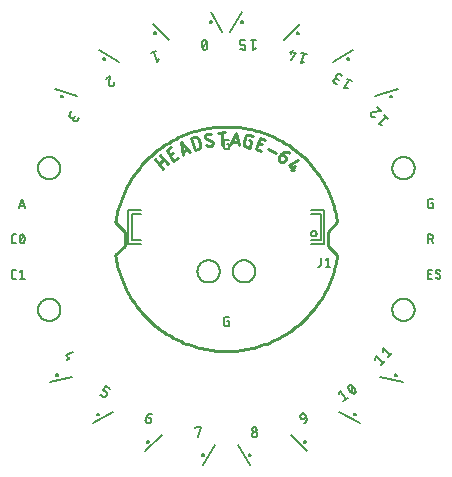
<source format=gto>
G75*
%MOIN*%
%OFA0B0*%
%FSLAX25Y25*%
%IPPOS*%
%LPD*%
%AMOC8*
5,1,8,0,0,1.08239X$1,22.5*
%
%ADD10C,0.00600*%
%ADD11C,0.00787*%
%ADD12C,0.01000*%
%ADD13C,0.00900*%
%ADD14C,0.00500*%
%ADD15C,0.00700*%
%ADD16C,0.00800*%
D10*
X0034895Y0092889D02*
X0035549Y0092889D01*
X0034895Y0092889D02*
X0034846Y0092891D01*
X0034798Y0092896D01*
X0034749Y0092905D01*
X0034702Y0092918D01*
X0034656Y0092934D01*
X0034611Y0092954D01*
X0034568Y0092977D01*
X0034527Y0093003D01*
X0034487Y0093032D01*
X0034450Y0093064D01*
X0034416Y0093098D01*
X0034384Y0093135D01*
X0034355Y0093175D01*
X0034329Y0093216D01*
X0034306Y0093259D01*
X0034286Y0093304D01*
X0034270Y0093350D01*
X0034257Y0093397D01*
X0034248Y0093446D01*
X0034243Y0093494D01*
X0034241Y0093543D01*
X0034241Y0095178D01*
X0034243Y0095227D01*
X0034248Y0095275D01*
X0034257Y0095324D01*
X0034270Y0095371D01*
X0034286Y0095417D01*
X0034306Y0095462D01*
X0034329Y0095505D01*
X0034355Y0095546D01*
X0034384Y0095586D01*
X0034416Y0095623D01*
X0034450Y0095657D01*
X0034487Y0095689D01*
X0034527Y0095718D01*
X0034568Y0095744D01*
X0034611Y0095767D01*
X0034656Y0095787D01*
X0034702Y0095803D01*
X0034749Y0095816D01*
X0034798Y0095825D01*
X0034846Y0095830D01*
X0034895Y0095832D01*
X0035549Y0095832D01*
X0036913Y0095178D02*
X0037731Y0095832D01*
X0037731Y0092889D01*
X0038548Y0092889D02*
X0036913Y0092889D01*
X0035549Y0104700D02*
X0034895Y0104700D01*
X0034846Y0104702D01*
X0034798Y0104707D01*
X0034749Y0104716D01*
X0034702Y0104729D01*
X0034656Y0104745D01*
X0034611Y0104765D01*
X0034568Y0104788D01*
X0034527Y0104814D01*
X0034487Y0104843D01*
X0034450Y0104875D01*
X0034416Y0104909D01*
X0034384Y0104946D01*
X0034355Y0104986D01*
X0034329Y0105027D01*
X0034306Y0105070D01*
X0034286Y0105115D01*
X0034270Y0105161D01*
X0034257Y0105208D01*
X0034248Y0105257D01*
X0034243Y0105305D01*
X0034241Y0105354D01*
X0034241Y0106989D01*
X0034243Y0107038D01*
X0034248Y0107086D01*
X0034257Y0107135D01*
X0034270Y0107182D01*
X0034286Y0107228D01*
X0034306Y0107273D01*
X0034329Y0107316D01*
X0034355Y0107357D01*
X0034384Y0107397D01*
X0034416Y0107434D01*
X0034450Y0107468D01*
X0034487Y0107500D01*
X0034527Y0107529D01*
X0034568Y0107555D01*
X0034611Y0107578D01*
X0034656Y0107598D01*
X0034702Y0107614D01*
X0034749Y0107627D01*
X0034798Y0107636D01*
X0034846Y0107641D01*
X0034895Y0107643D01*
X0035549Y0107643D01*
X0038549Y0106171D02*
X0038547Y0106079D01*
X0038542Y0105988D01*
X0038533Y0105896D01*
X0038521Y0105806D01*
X0038506Y0105715D01*
X0038487Y0105625D01*
X0038465Y0105537D01*
X0038439Y0105449D01*
X0038410Y0105362D01*
X0038378Y0105276D01*
X0038342Y0105191D01*
X0038304Y0105108D01*
X0038303Y0105109D02*
X0038286Y0105065D01*
X0038266Y0105023D01*
X0038243Y0104982D01*
X0038216Y0104943D01*
X0038187Y0104907D01*
X0038154Y0104873D01*
X0038120Y0104841D01*
X0038083Y0104813D01*
X0038043Y0104787D01*
X0038002Y0104764D01*
X0037960Y0104745D01*
X0037916Y0104729D01*
X0037870Y0104716D01*
X0037824Y0104707D01*
X0037778Y0104702D01*
X0037731Y0104700D01*
X0037684Y0104702D01*
X0037638Y0104707D01*
X0037592Y0104716D01*
X0037546Y0104729D01*
X0037502Y0104745D01*
X0037460Y0104764D01*
X0037419Y0104787D01*
X0037379Y0104813D01*
X0037342Y0104841D01*
X0037308Y0104873D01*
X0037275Y0104907D01*
X0037246Y0104943D01*
X0037219Y0104982D01*
X0037196Y0105023D01*
X0037176Y0105065D01*
X0037159Y0105109D01*
X0037077Y0105354D02*
X0038385Y0106989D01*
X0038303Y0107234D02*
X0038286Y0107278D01*
X0038266Y0107320D01*
X0038243Y0107361D01*
X0038216Y0107400D01*
X0038187Y0107436D01*
X0038154Y0107470D01*
X0038120Y0107502D01*
X0038083Y0107530D01*
X0038043Y0107556D01*
X0038002Y0107579D01*
X0037960Y0107598D01*
X0037916Y0107614D01*
X0037870Y0107627D01*
X0037824Y0107636D01*
X0037778Y0107641D01*
X0037731Y0107643D01*
X0037684Y0107641D01*
X0037638Y0107636D01*
X0037592Y0107627D01*
X0037546Y0107614D01*
X0037502Y0107598D01*
X0037460Y0107579D01*
X0037419Y0107556D01*
X0037379Y0107530D01*
X0037342Y0107502D01*
X0037308Y0107470D01*
X0037275Y0107436D01*
X0037246Y0107400D01*
X0037219Y0107361D01*
X0037196Y0107320D01*
X0037176Y0107278D01*
X0037159Y0107234D01*
X0038303Y0107234D02*
X0038341Y0107151D01*
X0038377Y0107066D01*
X0038409Y0106980D01*
X0038438Y0106893D01*
X0038464Y0106805D01*
X0038486Y0106716D01*
X0038505Y0106627D01*
X0038520Y0106536D01*
X0038532Y0106445D01*
X0038541Y0106354D01*
X0038546Y0106263D01*
X0038548Y0106171D01*
X0036914Y0106171D02*
X0036916Y0106263D01*
X0036921Y0106354D01*
X0036930Y0106445D01*
X0036942Y0106536D01*
X0036957Y0106627D01*
X0036976Y0106716D01*
X0036998Y0106805D01*
X0037024Y0106893D01*
X0037053Y0106980D01*
X0037085Y0107066D01*
X0037121Y0107151D01*
X0037159Y0107234D01*
X0036913Y0106171D02*
X0036915Y0106079D01*
X0036920Y0105988D01*
X0036929Y0105896D01*
X0036941Y0105806D01*
X0036956Y0105715D01*
X0036975Y0105625D01*
X0036997Y0105537D01*
X0037023Y0105449D01*
X0037052Y0105362D01*
X0037084Y0105276D01*
X0037120Y0105191D01*
X0037158Y0105108D01*
X0036586Y0116511D02*
X0037567Y0119454D01*
X0038548Y0116511D01*
X0038303Y0117246D02*
X0036831Y0117246D01*
X0104960Y0136850D02*
X0104960Y0138485D01*
X0104962Y0138534D01*
X0104967Y0138582D01*
X0104976Y0138631D01*
X0104989Y0138678D01*
X0105005Y0138724D01*
X0105025Y0138769D01*
X0105048Y0138812D01*
X0105074Y0138853D01*
X0105103Y0138893D01*
X0105135Y0138930D01*
X0105169Y0138964D01*
X0105206Y0138996D01*
X0105246Y0139025D01*
X0105287Y0139051D01*
X0105330Y0139074D01*
X0105375Y0139094D01*
X0105421Y0139110D01*
X0105468Y0139123D01*
X0105517Y0139132D01*
X0105565Y0139137D01*
X0105614Y0139139D01*
X0106595Y0139139D01*
X0106595Y0137831D02*
X0106595Y0136196D01*
X0105614Y0136196D01*
X0105565Y0136198D01*
X0105517Y0136203D01*
X0105468Y0136212D01*
X0105421Y0136225D01*
X0105375Y0136241D01*
X0105330Y0136261D01*
X0105287Y0136284D01*
X0105246Y0136310D01*
X0105206Y0136339D01*
X0105169Y0136371D01*
X0105135Y0136405D01*
X0105103Y0136442D01*
X0105074Y0136482D01*
X0105048Y0136523D01*
X0105025Y0136566D01*
X0105005Y0136611D01*
X0104989Y0136657D01*
X0104976Y0136704D01*
X0104967Y0136753D01*
X0104962Y0136801D01*
X0104960Y0136850D01*
X0106105Y0137831D02*
X0106595Y0137831D01*
X0137243Y0099808D02*
X0137243Y0097553D01*
X0137242Y0097553D02*
X0137240Y0097505D01*
X0137235Y0097457D01*
X0137226Y0097410D01*
X0137213Y0097363D01*
X0137197Y0097318D01*
X0137178Y0097274D01*
X0137156Y0097231D01*
X0137130Y0097190D01*
X0137101Y0097151D01*
X0137070Y0097115D01*
X0137036Y0097081D01*
X0137000Y0097050D01*
X0136961Y0097021D01*
X0136920Y0096995D01*
X0136877Y0096973D01*
X0136833Y0096954D01*
X0136788Y0096938D01*
X0136741Y0096925D01*
X0136694Y0096916D01*
X0136646Y0096911D01*
X0136598Y0096909D01*
X0136598Y0096908D02*
X0136276Y0096908D01*
X0138866Y0096908D02*
X0140478Y0096908D01*
X0139672Y0096908D02*
X0139672Y0099808D01*
X0138866Y0099164D01*
X0173007Y0095832D02*
X0173007Y0092889D01*
X0174315Y0092889D01*
X0173988Y0094524D02*
X0173007Y0094524D01*
X0173007Y0095832D02*
X0174315Y0095832D01*
X0175957Y0094606D02*
X0176856Y0094115D01*
X0176529Y0092888D02*
X0176456Y0092890D01*
X0176384Y0092896D01*
X0176312Y0092905D01*
X0176240Y0092919D01*
X0176169Y0092936D01*
X0176100Y0092956D01*
X0176031Y0092981D01*
X0175964Y0093009D01*
X0175899Y0093040D01*
X0175835Y0093075D01*
X0175773Y0093113D01*
X0175713Y0093155D01*
X0175655Y0093199D01*
X0175600Y0093247D01*
X0175548Y0093297D01*
X0176856Y0094115D02*
X0176898Y0094089D01*
X0176937Y0094059D01*
X0176974Y0094027D01*
X0177009Y0093992D01*
X0177041Y0093954D01*
X0177070Y0093914D01*
X0177096Y0093872D01*
X0177118Y0093829D01*
X0177138Y0093784D01*
X0177154Y0093737D01*
X0177167Y0093690D01*
X0177176Y0093641D01*
X0177181Y0093592D01*
X0177183Y0093543D01*
X0177181Y0093494D01*
X0177176Y0093446D01*
X0177167Y0093397D01*
X0177154Y0093350D01*
X0177138Y0093304D01*
X0177118Y0093259D01*
X0177095Y0093216D01*
X0177069Y0093175D01*
X0177040Y0093135D01*
X0177008Y0093098D01*
X0176974Y0093064D01*
X0176937Y0093032D01*
X0176897Y0093003D01*
X0176856Y0092977D01*
X0176813Y0092954D01*
X0176768Y0092934D01*
X0176722Y0092918D01*
X0176675Y0092905D01*
X0176626Y0092896D01*
X0176578Y0092891D01*
X0176529Y0092889D01*
X0177020Y0095586D02*
X0176966Y0095624D01*
X0176910Y0095659D01*
X0176853Y0095691D01*
X0176794Y0095720D01*
X0176733Y0095746D01*
X0176672Y0095768D01*
X0176609Y0095787D01*
X0176545Y0095803D01*
X0176480Y0095815D01*
X0176415Y0095824D01*
X0176350Y0095829D01*
X0176284Y0095831D01*
X0176284Y0095832D02*
X0176235Y0095830D01*
X0176187Y0095825D01*
X0176138Y0095816D01*
X0176091Y0095803D01*
X0176045Y0095787D01*
X0176000Y0095767D01*
X0175957Y0095744D01*
X0175916Y0095718D01*
X0175876Y0095689D01*
X0175839Y0095657D01*
X0175805Y0095623D01*
X0175773Y0095586D01*
X0175744Y0095546D01*
X0175718Y0095505D01*
X0175695Y0095462D01*
X0175675Y0095417D01*
X0175659Y0095371D01*
X0175646Y0095324D01*
X0175637Y0095275D01*
X0175632Y0095227D01*
X0175630Y0095178D01*
X0175632Y0095129D01*
X0175637Y0095080D01*
X0175646Y0095031D01*
X0175659Y0094984D01*
X0175675Y0094937D01*
X0175695Y0094892D01*
X0175717Y0094849D01*
X0175743Y0094807D01*
X0175773Y0094767D01*
X0175804Y0094729D01*
X0175839Y0094694D01*
X0175876Y0094662D01*
X0175915Y0094632D01*
X0175957Y0094606D01*
X0174642Y0104700D02*
X0173988Y0106008D01*
X0173824Y0106008D02*
X0173007Y0106008D01*
X0173824Y0106007D02*
X0173880Y0106009D01*
X0173935Y0106015D01*
X0173990Y0106024D01*
X0174045Y0106037D01*
X0174098Y0106054D01*
X0174150Y0106075D01*
X0174200Y0106099D01*
X0174249Y0106126D01*
X0174296Y0106157D01*
X0174340Y0106190D01*
X0174382Y0106227D01*
X0174422Y0106267D01*
X0174459Y0106309D01*
X0174492Y0106353D01*
X0174523Y0106400D01*
X0174550Y0106449D01*
X0174574Y0106499D01*
X0174595Y0106551D01*
X0174612Y0106604D01*
X0174625Y0106659D01*
X0174634Y0106714D01*
X0174640Y0106769D01*
X0174642Y0106825D01*
X0174640Y0106881D01*
X0174634Y0106936D01*
X0174625Y0106991D01*
X0174612Y0107046D01*
X0174595Y0107099D01*
X0174574Y0107151D01*
X0174550Y0107201D01*
X0174523Y0107250D01*
X0174492Y0107297D01*
X0174459Y0107341D01*
X0174422Y0107383D01*
X0174382Y0107423D01*
X0174340Y0107460D01*
X0174296Y0107493D01*
X0174249Y0107524D01*
X0174200Y0107551D01*
X0174150Y0107575D01*
X0174098Y0107596D01*
X0174045Y0107613D01*
X0173990Y0107626D01*
X0173935Y0107635D01*
X0173880Y0107641D01*
X0173824Y0107643D01*
X0173007Y0107643D01*
X0173007Y0104700D01*
X0173661Y0116511D02*
X0174642Y0116511D01*
X0174642Y0118146D01*
X0174151Y0118146D01*
X0173007Y0118800D02*
X0173009Y0118849D01*
X0173014Y0118897D01*
X0173023Y0118946D01*
X0173036Y0118993D01*
X0173052Y0119039D01*
X0173072Y0119084D01*
X0173095Y0119127D01*
X0173121Y0119168D01*
X0173150Y0119208D01*
X0173182Y0119245D01*
X0173216Y0119279D01*
X0173253Y0119311D01*
X0173293Y0119340D01*
X0173334Y0119366D01*
X0173377Y0119389D01*
X0173422Y0119409D01*
X0173468Y0119425D01*
X0173515Y0119438D01*
X0173564Y0119447D01*
X0173612Y0119452D01*
X0173661Y0119454D01*
X0174642Y0119454D01*
X0173007Y0118800D02*
X0173007Y0117165D01*
X0173009Y0117116D01*
X0173014Y0117068D01*
X0173023Y0117019D01*
X0173036Y0116972D01*
X0173052Y0116926D01*
X0173072Y0116881D01*
X0173095Y0116838D01*
X0173121Y0116797D01*
X0173150Y0116757D01*
X0173182Y0116720D01*
X0173216Y0116686D01*
X0173253Y0116654D01*
X0173293Y0116625D01*
X0173334Y0116599D01*
X0173377Y0116576D01*
X0173422Y0116556D01*
X0173468Y0116540D01*
X0173515Y0116527D01*
X0173564Y0116518D01*
X0173612Y0116513D01*
X0173661Y0116511D01*
X0106595Y0080084D02*
X0105614Y0080084D01*
X0105565Y0080082D01*
X0105517Y0080077D01*
X0105468Y0080068D01*
X0105421Y0080055D01*
X0105375Y0080039D01*
X0105330Y0080019D01*
X0105287Y0079996D01*
X0105246Y0079970D01*
X0105206Y0079941D01*
X0105169Y0079909D01*
X0105135Y0079875D01*
X0105103Y0079838D01*
X0105074Y0079798D01*
X0105048Y0079757D01*
X0105025Y0079714D01*
X0105005Y0079669D01*
X0104989Y0079623D01*
X0104976Y0079576D01*
X0104967Y0079527D01*
X0104962Y0079479D01*
X0104960Y0079430D01*
X0104960Y0077795D01*
X0104962Y0077746D01*
X0104967Y0077698D01*
X0104976Y0077649D01*
X0104989Y0077602D01*
X0105005Y0077556D01*
X0105025Y0077511D01*
X0105048Y0077468D01*
X0105074Y0077427D01*
X0105103Y0077387D01*
X0105135Y0077350D01*
X0105169Y0077316D01*
X0105206Y0077284D01*
X0105246Y0077255D01*
X0105287Y0077229D01*
X0105330Y0077206D01*
X0105375Y0077186D01*
X0105421Y0077170D01*
X0105468Y0077157D01*
X0105517Y0077148D01*
X0105565Y0077143D01*
X0105614Y0077141D01*
X0106595Y0077141D01*
X0106595Y0078776D01*
X0106105Y0078776D01*
D11*
X0107948Y0095344D02*
X0107950Y0095466D01*
X0107956Y0095587D01*
X0107966Y0095708D01*
X0107980Y0095829D01*
X0107997Y0095949D01*
X0108019Y0096069D01*
X0108045Y0096188D01*
X0108074Y0096306D01*
X0108107Y0096423D01*
X0108144Y0096539D01*
X0108185Y0096653D01*
X0108229Y0096766D01*
X0108278Y0096878D01*
X0108329Y0096988D01*
X0108385Y0097096D01*
X0108443Y0097203D01*
X0108506Y0097307D01*
X0108571Y0097410D01*
X0108640Y0097510D01*
X0108712Y0097608D01*
X0108787Y0097703D01*
X0108866Y0097796D01*
X0108947Y0097887D01*
X0109031Y0097974D01*
X0109118Y0098059D01*
X0109208Y0098141D01*
X0109300Y0098220D01*
X0109395Y0098296D01*
X0109493Y0098369D01*
X0109592Y0098439D01*
X0109694Y0098505D01*
X0109798Y0098568D01*
X0109904Y0098628D01*
X0110012Y0098684D01*
X0110121Y0098737D01*
X0110233Y0098786D01*
X0110345Y0098831D01*
X0110460Y0098873D01*
X0110575Y0098911D01*
X0110692Y0098945D01*
X0110810Y0098975D01*
X0110928Y0099002D01*
X0111048Y0099025D01*
X0111168Y0099043D01*
X0111289Y0099058D01*
X0111410Y0099069D01*
X0111531Y0099076D01*
X0111653Y0099079D01*
X0111774Y0099078D01*
X0111896Y0099073D01*
X0112017Y0099064D01*
X0112138Y0099051D01*
X0112258Y0099034D01*
X0112378Y0099014D01*
X0112497Y0098989D01*
X0112615Y0098961D01*
X0112733Y0098928D01*
X0112849Y0098892D01*
X0112964Y0098853D01*
X0113077Y0098809D01*
X0113189Y0098762D01*
X0113300Y0098711D01*
X0113408Y0098657D01*
X0113515Y0098599D01*
X0113620Y0098537D01*
X0113723Y0098473D01*
X0113824Y0098405D01*
X0113922Y0098333D01*
X0114019Y0098259D01*
X0114112Y0098181D01*
X0114203Y0098101D01*
X0114292Y0098017D01*
X0114377Y0097931D01*
X0114460Y0097842D01*
X0114540Y0097750D01*
X0114617Y0097656D01*
X0114690Y0097559D01*
X0114761Y0097460D01*
X0114828Y0097359D01*
X0114892Y0097255D01*
X0114952Y0097150D01*
X0115010Y0097042D01*
X0115063Y0096933D01*
X0115113Y0096822D01*
X0115159Y0096710D01*
X0115202Y0096596D01*
X0115241Y0096481D01*
X0115276Y0096364D01*
X0115307Y0096247D01*
X0115335Y0096128D01*
X0115358Y0096009D01*
X0115378Y0095889D01*
X0115394Y0095769D01*
X0115406Y0095648D01*
X0115414Y0095526D01*
X0115418Y0095405D01*
X0115418Y0095283D01*
X0115414Y0095162D01*
X0115406Y0095040D01*
X0115394Y0094919D01*
X0115378Y0094799D01*
X0115358Y0094679D01*
X0115335Y0094560D01*
X0115307Y0094441D01*
X0115276Y0094324D01*
X0115241Y0094207D01*
X0115202Y0094092D01*
X0115159Y0093978D01*
X0115113Y0093866D01*
X0115063Y0093755D01*
X0115010Y0093646D01*
X0114952Y0093538D01*
X0114892Y0093433D01*
X0114828Y0093329D01*
X0114761Y0093228D01*
X0114690Y0093129D01*
X0114617Y0093032D01*
X0114540Y0092938D01*
X0114460Y0092846D01*
X0114377Y0092757D01*
X0114292Y0092671D01*
X0114203Y0092587D01*
X0114112Y0092507D01*
X0114019Y0092429D01*
X0113922Y0092355D01*
X0113824Y0092283D01*
X0113723Y0092215D01*
X0113620Y0092151D01*
X0113515Y0092089D01*
X0113408Y0092031D01*
X0113300Y0091977D01*
X0113189Y0091926D01*
X0113077Y0091879D01*
X0112964Y0091835D01*
X0112849Y0091796D01*
X0112733Y0091760D01*
X0112615Y0091727D01*
X0112497Y0091699D01*
X0112378Y0091674D01*
X0112258Y0091654D01*
X0112138Y0091637D01*
X0112017Y0091624D01*
X0111896Y0091615D01*
X0111774Y0091610D01*
X0111653Y0091609D01*
X0111531Y0091612D01*
X0111410Y0091619D01*
X0111289Y0091630D01*
X0111168Y0091645D01*
X0111048Y0091663D01*
X0110928Y0091686D01*
X0110810Y0091713D01*
X0110692Y0091743D01*
X0110575Y0091777D01*
X0110460Y0091815D01*
X0110345Y0091857D01*
X0110233Y0091902D01*
X0110121Y0091951D01*
X0110012Y0092004D01*
X0109904Y0092060D01*
X0109798Y0092120D01*
X0109694Y0092183D01*
X0109592Y0092249D01*
X0109493Y0092319D01*
X0109395Y0092392D01*
X0109300Y0092468D01*
X0109208Y0092547D01*
X0109118Y0092629D01*
X0109031Y0092714D01*
X0108947Y0092801D01*
X0108866Y0092892D01*
X0108787Y0092985D01*
X0108712Y0093080D01*
X0108640Y0093178D01*
X0108571Y0093278D01*
X0108506Y0093381D01*
X0108443Y0093485D01*
X0108385Y0093592D01*
X0108329Y0093700D01*
X0108278Y0093810D01*
X0108229Y0093922D01*
X0108185Y0094035D01*
X0108144Y0094149D01*
X0108107Y0094265D01*
X0108074Y0094382D01*
X0108045Y0094500D01*
X0108019Y0094619D01*
X0107997Y0094739D01*
X0107980Y0094859D01*
X0107966Y0094980D01*
X0107956Y0095101D01*
X0107950Y0095222D01*
X0107948Y0095344D01*
X0096158Y0095344D02*
X0096160Y0095466D01*
X0096166Y0095587D01*
X0096176Y0095708D01*
X0096190Y0095829D01*
X0096208Y0095949D01*
X0096229Y0096069D01*
X0096255Y0096187D01*
X0096285Y0096305D01*
X0096318Y0096422D01*
X0096355Y0096538D01*
X0096396Y0096652D01*
X0096441Y0096765D01*
X0096489Y0096877D01*
X0096541Y0096987D01*
X0096597Y0097095D01*
X0096656Y0097201D01*
X0096718Y0097305D01*
X0096784Y0097407D01*
X0096853Y0097507D01*
X0096925Y0097605D01*
X0097001Y0097700D01*
X0097080Y0097793D01*
X0097161Y0097883D01*
X0097246Y0097970D01*
X0097333Y0098055D01*
X0097423Y0098136D01*
X0097516Y0098215D01*
X0097611Y0098291D01*
X0097709Y0098363D01*
X0097809Y0098432D01*
X0097911Y0098498D01*
X0098015Y0098560D01*
X0098121Y0098619D01*
X0098229Y0098675D01*
X0098339Y0098727D01*
X0098451Y0098775D01*
X0098564Y0098820D01*
X0098678Y0098861D01*
X0098794Y0098898D01*
X0098911Y0098931D01*
X0099029Y0098961D01*
X0099147Y0098987D01*
X0099267Y0099008D01*
X0099387Y0099026D01*
X0099508Y0099040D01*
X0099629Y0099050D01*
X0099750Y0099056D01*
X0099872Y0099058D01*
X0099994Y0099056D01*
X0100115Y0099050D01*
X0100236Y0099040D01*
X0100357Y0099026D01*
X0100477Y0099008D01*
X0100597Y0098987D01*
X0100715Y0098961D01*
X0100833Y0098931D01*
X0100950Y0098898D01*
X0101066Y0098861D01*
X0101180Y0098820D01*
X0101293Y0098775D01*
X0101405Y0098727D01*
X0101515Y0098675D01*
X0101623Y0098619D01*
X0101729Y0098560D01*
X0101833Y0098498D01*
X0101935Y0098432D01*
X0102035Y0098363D01*
X0102133Y0098291D01*
X0102228Y0098215D01*
X0102321Y0098136D01*
X0102411Y0098055D01*
X0102498Y0097970D01*
X0102583Y0097883D01*
X0102664Y0097793D01*
X0102743Y0097700D01*
X0102819Y0097605D01*
X0102891Y0097507D01*
X0102960Y0097407D01*
X0103026Y0097305D01*
X0103088Y0097201D01*
X0103147Y0097095D01*
X0103203Y0096987D01*
X0103255Y0096877D01*
X0103303Y0096765D01*
X0103348Y0096652D01*
X0103389Y0096538D01*
X0103426Y0096422D01*
X0103459Y0096305D01*
X0103489Y0096187D01*
X0103515Y0096069D01*
X0103536Y0095949D01*
X0103554Y0095829D01*
X0103568Y0095708D01*
X0103578Y0095587D01*
X0103584Y0095466D01*
X0103586Y0095344D01*
X0103584Y0095222D01*
X0103578Y0095101D01*
X0103568Y0094980D01*
X0103554Y0094859D01*
X0103536Y0094739D01*
X0103515Y0094619D01*
X0103489Y0094501D01*
X0103459Y0094383D01*
X0103426Y0094266D01*
X0103389Y0094150D01*
X0103348Y0094036D01*
X0103303Y0093923D01*
X0103255Y0093811D01*
X0103203Y0093701D01*
X0103147Y0093593D01*
X0103088Y0093487D01*
X0103026Y0093383D01*
X0102960Y0093281D01*
X0102891Y0093181D01*
X0102819Y0093083D01*
X0102743Y0092988D01*
X0102664Y0092895D01*
X0102583Y0092805D01*
X0102498Y0092718D01*
X0102411Y0092633D01*
X0102321Y0092552D01*
X0102228Y0092473D01*
X0102133Y0092397D01*
X0102035Y0092325D01*
X0101935Y0092256D01*
X0101833Y0092190D01*
X0101729Y0092128D01*
X0101623Y0092069D01*
X0101515Y0092013D01*
X0101405Y0091961D01*
X0101293Y0091913D01*
X0101180Y0091868D01*
X0101066Y0091827D01*
X0100950Y0091790D01*
X0100833Y0091757D01*
X0100715Y0091727D01*
X0100597Y0091701D01*
X0100477Y0091680D01*
X0100357Y0091662D01*
X0100236Y0091648D01*
X0100115Y0091638D01*
X0099994Y0091632D01*
X0099872Y0091630D01*
X0099750Y0091632D01*
X0099629Y0091638D01*
X0099508Y0091648D01*
X0099387Y0091662D01*
X0099267Y0091680D01*
X0099147Y0091701D01*
X0099029Y0091727D01*
X0098911Y0091757D01*
X0098794Y0091790D01*
X0098678Y0091827D01*
X0098564Y0091868D01*
X0098451Y0091913D01*
X0098339Y0091961D01*
X0098229Y0092013D01*
X0098121Y0092069D01*
X0098015Y0092128D01*
X0097911Y0092190D01*
X0097809Y0092256D01*
X0097709Y0092325D01*
X0097611Y0092397D01*
X0097516Y0092473D01*
X0097423Y0092552D01*
X0097333Y0092633D01*
X0097246Y0092718D01*
X0097161Y0092805D01*
X0097080Y0092895D01*
X0097001Y0092988D01*
X0096925Y0093083D01*
X0096853Y0093181D01*
X0096784Y0093281D01*
X0096718Y0093383D01*
X0096656Y0093487D01*
X0096597Y0093593D01*
X0096541Y0093701D01*
X0096489Y0093811D01*
X0096441Y0093923D01*
X0096396Y0094036D01*
X0096355Y0094150D01*
X0096318Y0094266D01*
X0096285Y0094383D01*
X0096255Y0094501D01*
X0096229Y0094619D01*
X0096208Y0094739D01*
X0096190Y0094859D01*
X0096176Y0094980D01*
X0096166Y0095101D01*
X0096160Y0095222D01*
X0096158Y0095344D01*
X0043008Y0082549D02*
X0043010Y0082671D01*
X0043016Y0082792D01*
X0043026Y0082913D01*
X0043040Y0083034D01*
X0043058Y0083154D01*
X0043079Y0083274D01*
X0043105Y0083392D01*
X0043135Y0083510D01*
X0043168Y0083627D01*
X0043205Y0083743D01*
X0043246Y0083857D01*
X0043291Y0083970D01*
X0043339Y0084082D01*
X0043391Y0084192D01*
X0043447Y0084300D01*
X0043506Y0084406D01*
X0043568Y0084510D01*
X0043634Y0084612D01*
X0043703Y0084712D01*
X0043775Y0084810D01*
X0043851Y0084905D01*
X0043930Y0084998D01*
X0044011Y0085088D01*
X0044096Y0085175D01*
X0044183Y0085260D01*
X0044273Y0085341D01*
X0044366Y0085420D01*
X0044461Y0085496D01*
X0044559Y0085568D01*
X0044659Y0085637D01*
X0044761Y0085703D01*
X0044865Y0085765D01*
X0044971Y0085824D01*
X0045079Y0085880D01*
X0045189Y0085932D01*
X0045301Y0085980D01*
X0045414Y0086025D01*
X0045528Y0086066D01*
X0045644Y0086103D01*
X0045761Y0086136D01*
X0045879Y0086166D01*
X0045997Y0086192D01*
X0046117Y0086213D01*
X0046237Y0086231D01*
X0046358Y0086245D01*
X0046479Y0086255D01*
X0046600Y0086261D01*
X0046722Y0086263D01*
X0046844Y0086261D01*
X0046965Y0086255D01*
X0047086Y0086245D01*
X0047207Y0086231D01*
X0047327Y0086213D01*
X0047447Y0086192D01*
X0047565Y0086166D01*
X0047683Y0086136D01*
X0047800Y0086103D01*
X0047916Y0086066D01*
X0048030Y0086025D01*
X0048143Y0085980D01*
X0048255Y0085932D01*
X0048365Y0085880D01*
X0048473Y0085824D01*
X0048579Y0085765D01*
X0048683Y0085703D01*
X0048785Y0085637D01*
X0048885Y0085568D01*
X0048983Y0085496D01*
X0049078Y0085420D01*
X0049171Y0085341D01*
X0049261Y0085260D01*
X0049348Y0085175D01*
X0049433Y0085088D01*
X0049514Y0084998D01*
X0049593Y0084905D01*
X0049669Y0084810D01*
X0049741Y0084712D01*
X0049810Y0084612D01*
X0049876Y0084510D01*
X0049938Y0084406D01*
X0049997Y0084300D01*
X0050053Y0084192D01*
X0050105Y0084082D01*
X0050153Y0083970D01*
X0050198Y0083857D01*
X0050239Y0083743D01*
X0050276Y0083627D01*
X0050309Y0083510D01*
X0050339Y0083392D01*
X0050365Y0083274D01*
X0050386Y0083154D01*
X0050404Y0083034D01*
X0050418Y0082913D01*
X0050428Y0082792D01*
X0050434Y0082671D01*
X0050436Y0082549D01*
X0050434Y0082427D01*
X0050428Y0082306D01*
X0050418Y0082185D01*
X0050404Y0082064D01*
X0050386Y0081944D01*
X0050365Y0081824D01*
X0050339Y0081706D01*
X0050309Y0081588D01*
X0050276Y0081471D01*
X0050239Y0081355D01*
X0050198Y0081241D01*
X0050153Y0081128D01*
X0050105Y0081016D01*
X0050053Y0080906D01*
X0049997Y0080798D01*
X0049938Y0080692D01*
X0049876Y0080588D01*
X0049810Y0080486D01*
X0049741Y0080386D01*
X0049669Y0080288D01*
X0049593Y0080193D01*
X0049514Y0080100D01*
X0049433Y0080010D01*
X0049348Y0079923D01*
X0049261Y0079838D01*
X0049171Y0079757D01*
X0049078Y0079678D01*
X0048983Y0079602D01*
X0048885Y0079530D01*
X0048785Y0079461D01*
X0048683Y0079395D01*
X0048579Y0079333D01*
X0048473Y0079274D01*
X0048365Y0079218D01*
X0048255Y0079166D01*
X0048143Y0079118D01*
X0048030Y0079073D01*
X0047916Y0079032D01*
X0047800Y0078995D01*
X0047683Y0078962D01*
X0047565Y0078932D01*
X0047447Y0078906D01*
X0047327Y0078885D01*
X0047207Y0078867D01*
X0047086Y0078853D01*
X0046965Y0078843D01*
X0046844Y0078837D01*
X0046722Y0078835D01*
X0046600Y0078837D01*
X0046479Y0078843D01*
X0046358Y0078853D01*
X0046237Y0078867D01*
X0046117Y0078885D01*
X0045997Y0078906D01*
X0045879Y0078932D01*
X0045761Y0078962D01*
X0045644Y0078995D01*
X0045528Y0079032D01*
X0045414Y0079073D01*
X0045301Y0079118D01*
X0045189Y0079166D01*
X0045079Y0079218D01*
X0044971Y0079274D01*
X0044865Y0079333D01*
X0044761Y0079395D01*
X0044659Y0079461D01*
X0044559Y0079530D01*
X0044461Y0079602D01*
X0044366Y0079678D01*
X0044273Y0079757D01*
X0044183Y0079838D01*
X0044096Y0079923D01*
X0044011Y0080010D01*
X0043930Y0080100D01*
X0043851Y0080193D01*
X0043775Y0080288D01*
X0043703Y0080386D01*
X0043634Y0080486D01*
X0043568Y0080588D01*
X0043506Y0080692D01*
X0043447Y0080798D01*
X0043391Y0080906D01*
X0043339Y0081016D01*
X0043291Y0081128D01*
X0043246Y0081241D01*
X0043205Y0081355D01*
X0043168Y0081471D01*
X0043135Y0081588D01*
X0043105Y0081706D01*
X0043079Y0081824D01*
X0043058Y0081944D01*
X0043040Y0082064D01*
X0043026Y0082185D01*
X0043016Y0082306D01*
X0043010Y0082427D01*
X0043008Y0082549D01*
X0043008Y0129793D02*
X0043010Y0129915D01*
X0043016Y0130036D01*
X0043026Y0130157D01*
X0043040Y0130278D01*
X0043058Y0130398D01*
X0043079Y0130518D01*
X0043105Y0130636D01*
X0043135Y0130754D01*
X0043168Y0130871D01*
X0043205Y0130987D01*
X0043246Y0131101D01*
X0043291Y0131214D01*
X0043339Y0131326D01*
X0043391Y0131436D01*
X0043447Y0131544D01*
X0043506Y0131650D01*
X0043568Y0131754D01*
X0043634Y0131856D01*
X0043703Y0131956D01*
X0043775Y0132054D01*
X0043851Y0132149D01*
X0043930Y0132242D01*
X0044011Y0132332D01*
X0044096Y0132419D01*
X0044183Y0132504D01*
X0044273Y0132585D01*
X0044366Y0132664D01*
X0044461Y0132740D01*
X0044559Y0132812D01*
X0044659Y0132881D01*
X0044761Y0132947D01*
X0044865Y0133009D01*
X0044971Y0133068D01*
X0045079Y0133124D01*
X0045189Y0133176D01*
X0045301Y0133224D01*
X0045414Y0133269D01*
X0045528Y0133310D01*
X0045644Y0133347D01*
X0045761Y0133380D01*
X0045879Y0133410D01*
X0045997Y0133436D01*
X0046117Y0133457D01*
X0046237Y0133475D01*
X0046358Y0133489D01*
X0046479Y0133499D01*
X0046600Y0133505D01*
X0046722Y0133507D01*
X0046844Y0133505D01*
X0046965Y0133499D01*
X0047086Y0133489D01*
X0047207Y0133475D01*
X0047327Y0133457D01*
X0047447Y0133436D01*
X0047565Y0133410D01*
X0047683Y0133380D01*
X0047800Y0133347D01*
X0047916Y0133310D01*
X0048030Y0133269D01*
X0048143Y0133224D01*
X0048255Y0133176D01*
X0048365Y0133124D01*
X0048473Y0133068D01*
X0048579Y0133009D01*
X0048683Y0132947D01*
X0048785Y0132881D01*
X0048885Y0132812D01*
X0048983Y0132740D01*
X0049078Y0132664D01*
X0049171Y0132585D01*
X0049261Y0132504D01*
X0049348Y0132419D01*
X0049433Y0132332D01*
X0049514Y0132242D01*
X0049593Y0132149D01*
X0049669Y0132054D01*
X0049741Y0131956D01*
X0049810Y0131856D01*
X0049876Y0131754D01*
X0049938Y0131650D01*
X0049997Y0131544D01*
X0050053Y0131436D01*
X0050105Y0131326D01*
X0050153Y0131214D01*
X0050198Y0131101D01*
X0050239Y0130987D01*
X0050276Y0130871D01*
X0050309Y0130754D01*
X0050339Y0130636D01*
X0050365Y0130518D01*
X0050386Y0130398D01*
X0050404Y0130278D01*
X0050418Y0130157D01*
X0050428Y0130036D01*
X0050434Y0129915D01*
X0050436Y0129793D01*
X0050434Y0129671D01*
X0050428Y0129550D01*
X0050418Y0129429D01*
X0050404Y0129308D01*
X0050386Y0129188D01*
X0050365Y0129068D01*
X0050339Y0128950D01*
X0050309Y0128832D01*
X0050276Y0128715D01*
X0050239Y0128599D01*
X0050198Y0128485D01*
X0050153Y0128372D01*
X0050105Y0128260D01*
X0050053Y0128150D01*
X0049997Y0128042D01*
X0049938Y0127936D01*
X0049876Y0127832D01*
X0049810Y0127730D01*
X0049741Y0127630D01*
X0049669Y0127532D01*
X0049593Y0127437D01*
X0049514Y0127344D01*
X0049433Y0127254D01*
X0049348Y0127167D01*
X0049261Y0127082D01*
X0049171Y0127001D01*
X0049078Y0126922D01*
X0048983Y0126846D01*
X0048885Y0126774D01*
X0048785Y0126705D01*
X0048683Y0126639D01*
X0048579Y0126577D01*
X0048473Y0126518D01*
X0048365Y0126462D01*
X0048255Y0126410D01*
X0048143Y0126362D01*
X0048030Y0126317D01*
X0047916Y0126276D01*
X0047800Y0126239D01*
X0047683Y0126206D01*
X0047565Y0126176D01*
X0047447Y0126150D01*
X0047327Y0126129D01*
X0047207Y0126111D01*
X0047086Y0126097D01*
X0046965Y0126087D01*
X0046844Y0126081D01*
X0046722Y0126079D01*
X0046600Y0126081D01*
X0046479Y0126087D01*
X0046358Y0126097D01*
X0046237Y0126111D01*
X0046117Y0126129D01*
X0045997Y0126150D01*
X0045879Y0126176D01*
X0045761Y0126206D01*
X0045644Y0126239D01*
X0045528Y0126276D01*
X0045414Y0126317D01*
X0045301Y0126362D01*
X0045189Y0126410D01*
X0045079Y0126462D01*
X0044971Y0126518D01*
X0044865Y0126577D01*
X0044761Y0126639D01*
X0044659Y0126705D01*
X0044559Y0126774D01*
X0044461Y0126846D01*
X0044366Y0126922D01*
X0044273Y0127001D01*
X0044183Y0127082D01*
X0044096Y0127167D01*
X0044011Y0127254D01*
X0043930Y0127344D01*
X0043851Y0127437D01*
X0043775Y0127532D01*
X0043703Y0127630D01*
X0043634Y0127730D01*
X0043568Y0127832D01*
X0043506Y0127936D01*
X0043447Y0128042D01*
X0043391Y0128150D01*
X0043339Y0128260D01*
X0043291Y0128372D01*
X0043246Y0128485D01*
X0043205Y0128599D01*
X0043168Y0128715D01*
X0043135Y0128832D01*
X0043105Y0128950D01*
X0043079Y0129068D01*
X0043058Y0129188D01*
X0043040Y0129308D01*
X0043026Y0129429D01*
X0043016Y0129550D01*
X0043010Y0129671D01*
X0043008Y0129793D01*
X0161119Y0129793D02*
X0161121Y0129915D01*
X0161127Y0130036D01*
X0161137Y0130157D01*
X0161151Y0130278D01*
X0161169Y0130398D01*
X0161190Y0130518D01*
X0161216Y0130636D01*
X0161246Y0130754D01*
X0161279Y0130871D01*
X0161316Y0130987D01*
X0161357Y0131101D01*
X0161402Y0131214D01*
X0161450Y0131326D01*
X0161502Y0131436D01*
X0161558Y0131544D01*
X0161617Y0131650D01*
X0161679Y0131754D01*
X0161745Y0131856D01*
X0161814Y0131956D01*
X0161886Y0132054D01*
X0161962Y0132149D01*
X0162041Y0132242D01*
X0162122Y0132332D01*
X0162207Y0132419D01*
X0162294Y0132504D01*
X0162384Y0132585D01*
X0162477Y0132664D01*
X0162572Y0132740D01*
X0162670Y0132812D01*
X0162770Y0132881D01*
X0162872Y0132947D01*
X0162976Y0133009D01*
X0163082Y0133068D01*
X0163190Y0133124D01*
X0163300Y0133176D01*
X0163412Y0133224D01*
X0163525Y0133269D01*
X0163639Y0133310D01*
X0163755Y0133347D01*
X0163872Y0133380D01*
X0163990Y0133410D01*
X0164108Y0133436D01*
X0164228Y0133457D01*
X0164348Y0133475D01*
X0164469Y0133489D01*
X0164590Y0133499D01*
X0164711Y0133505D01*
X0164833Y0133507D01*
X0164955Y0133505D01*
X0165076Y0133499D01*
X0165197Y0133489D01*
X0165318Y0133475D01*
X0165438Y0133457D01*
X0165558Y0133436D01*
X0165676Y0133410D01*
X0165794Y0133380D01*
X0165911Y0133347D01*
X0166027Y0133310D01*
X0166141Y0133269D01*
X0166254Y0133224D01*
X0166366Y0133176D01*
X0166476Y0133124D01*
X0166584Y0133068D01*
X0166690Y0133009D01*
X0166794Y0132947D01*
X0166896Y0132881D01*
X0166996Y0132812D01*
X0167094Y0132740D01*
X0167189Y0132664D01*
X0167282Y0132585D01*
X0167372Y0132504D01*
X0167459Y0132419D01*
X0167544Y0132332D01*
X0167625Y0132242D01*
X0167704Y0132149D01*
X0167780Y0132054D01*
X0167852Y0131956D01*
X0167921Y0131856D01*
X0167987Y0131754D01*
X0168049Y0131650D01*
X0168108Y0131544D01*
X0168164Y0131436D01*
X0168216Y0131326D01*
X0168264Y0131214D01*
X0168309Y0131101D01*
X0168350Y0130987D01*
X0168387Y0130871D01*
X0168420Y0130754D01*
X0168450Y0130636D01*
X0168476Y0130518D01*
X0168497Y0130398D01*
X0168515Y0130278D01*
X0168529Y0130157D01*
X0168539Y0130036D01*
X0168545Y0129915D01*
X0168547Y0129793D01*
X0168545Y0129671D01*
X0168539Y0129550D01*
X0168529Y0129429D01*
X0168515Y0129308D01*
X0168497Y0129188D01*
X0168476Y0129068D01*
X0168450Y0128950D01*
X0168420Y0128832D01*
X0168387Y0128715D01*
X0168350Y0128599D01*
X0168309Y0128485D01*
X0168264Y0128372D01*
X0168216Y0128260D01*
X0168164Y0128150D01*
X0168108Y0128042D01*
X0168049Y0127936D01*
X0167987Y0127832D01*
X0167921Y0127730D01*
X0167852Y0127630D01*
X0167780Y0127532D01*
X0167704Y0127437D01*
X0167625Y0127344D01*
X0167544Y0127254D01*
X0167459Y0127167D01*
X0167372Y0127082D01*
X0167282Y0127001D01*
X0167189Y0126922D01*
X0167094Y0126846D01*
X0166996Y0126774D01*
X0166896Y0126705D01*
X0166794Y0126639D01*
X0166690Y0126577D01*
X0166584Y0126518D01*
X0166476Y0126462D01*
X0166366Y0126410D01*
X0166254Y0126362D01*
X0166141Y0126317D01*
X0166027Y0126276D01*
X0165911Y0126239D01*
X0165794Y0126206D01*
X0165676Y0126176D01*
X0165558Y0126150D01*
X0165438Y0126129D01*
X0165318Y0126111D01*
X0165197Y0126097D01*
X0165076Y0126087D01*
X0164955Y0126081D01*
X0164833Y0126079D01*
X0164711Y0126081D01*
X0164590Y0126087D01*
X0164469Y0126097D01*
X0164348Y0126111D01*
X0164228Y0126129D01*
X0164108Y0126150D01*
X0163990Y0126176D01*
X0163872Y0126206D01*
X0163755Y0126239D01*
X0163639Y0126276D01*
X0163525Y0126317D01*
X0163412Y0126362D01*
X0163300Y0126410D01*
X0163190Y0126462D01*
X0163082Y0126518D01*
X0162976Y0126577D01*
X0162872Y0126639D01*
X0162770Y0126705D01*
X0162670Y0126774D01*
X0162572Y0126846D01*
X0162477Y0126922D01*
X0162384Y0127001D01*
X0162294Y0127082D01*
X0162207Y0127167D01*
X0162122Y0127254D01*
X0162041Y0127344D01*
X0161962Y0127437D01*
X0161886Y0127532D01*
X0161814Y0127630D01*
X0161745Y0127730D01*
X0161679Y0127832D01*
X0161617Y0127936D01*
X0161558Y0128042D01*
X0161502Y0128150D01*
X0161450Y0128260D01*
X0161402Y0128372D01*
X0161357Y0128485D01*
X0161316Y0128599D01*
X0161279Y0128715D01*
X0161246Y0128832D01*
X0161216Y0128950D01*
X0161190Y0129068D01*
X0161169Y0129188D01*
X0161151Y0129308D01*
X0161137Y0129429D01*
X0161127Y0129550D01*
X0161121Y0129671D01*
X0161119Y0129793D01*
X0161119Y0082549D02*
X0161121Y0082671D01*
X0161127Y0082792D01*
X0161137Y0082913D01*
X0161151Y0083034D01*
X0161169Y0083154D01*
X0161190Y0083274D01*
X0161216Y0083392D01*
X0161246Y0083510D01*
X0161279Y0083627D01*
X0161316Y0083743D01*
X0161357Y0083857D01*
X0161402Y0083970D01*
X0161450Y0084082D01*
X0161502Y0084192D01*
X0161558Y0084300D01*
X0161617Y0084406D01*
X0161679Y0084510D01*
X0161745Y0084612D01*
X0161814Y0084712D01*
X0161886Y0084810D01*
X0161962Y0084905D01*
X0162041Y0084998D01*
X0162122Y0085088D01*
X0162207Y0085175D01*
X0162294Y0085260D01*
X0162384Y0085341D01*
X0162477Y0085420D01*
X0162572Y0085496D01*
X0162670Y0085568D01*
X0162770Y0085637D01*
X0162872Y0085703D01*
X0162976Y0085765D01*
X0163082Y0085824D01*
X0163190Y0085880D01*
X0163300Y0085932D01*
X0163412Y0085980D01*
X0163525Y0086025D01*
X0163639Y0086066D01*
X0163755Y0086103D01*
X0163872Y0086136D01*
X0163990Y0086166D01*
X0164108Y0086192D01*
X0164228Y0086213D01*
X0164348Y0086231D01*
X0164469Y0086245D01*
X0164590Y0086255D01*
X0164711Y0086261D01*
X0164833Y0086263D01*
X0164955Y0086261D01*
X0165076Y0086255D01*
X0165197Y0086245D01*
X0165318Y0086231D01*
X0165438Y0086213D01*
X0165558Y0086192D01*
X0165676Y0086166D01*
X0165794Y0086136D01*
X0165911Y0086103D01*
X0166027Y0086066D01*
X0166141Y0086025D01*
X0166254Y0085980D01*
X0166366Y0085932D01*
X0166476Y0085880D01*
X0166584Y0085824D01*
X0166690Y0085765D01*
X0166794Y0085703D01*
X0166896Y0085637D01*
X0166996Y0085568D01*
X0167094Y0085496D01*
X0167189Y0085420D01*
X0167282Y0085341D01*
X0167372Y0085260D01*
X0167459Y0085175D01*
X0167544Y0085088D01*
X0167625Y0084998D01*
X0167704Y0084905D01*
X0167780Y0084810D01*
X0167852Y0084712D01*
X0167921Y0084612D01*
X0167987Y0084510D01*
X0168049Y0084406D01*
X0168108Y0084300D01*
X0168164Y0084192D01*
X0168216Y0084082D01*
X0168264Y0083970D01*
X0168309Y0083857D01*
X0168350Y0083743D01*
X0168387Y0083627D01*
X0168420Y0083510D01*
X0168450Y0083392D01*
X0168476Y0083274D01*
X0168497Y0083154D01*
X0168515Y0083034D01*
X0168529Y0082913D01*
X0168539Y0082792D01*
X0168545Y0082671D01*
X0168547Y0082549D01*
X0168545Y0082427D01*
X0168539Y0082306D01*
X0168529Y0082185D01*
X0168515Y0082064D01*
X0168497Y0081944D01*
X0168476Y0081824D01*
X0168450Y0081706D01*
X0168420Y0081588D01*
X0168387Y0081471D01*
X0168350Y0081355D01*
X0168309Y0081241D01*
X0168264Y0081128D01*
X0168216Y0081016D01*
X0168164Y0080906D01*
X0168108Y0080798D01*
X0168049Y0080692D01*
X0167987Y0080588D01*
X0167921Y0080486D01*
X0167852Y0080386D01*
X0167780Y0080288D01*
X0167704Y0080193D01*
X0167625Y0080100D01*
X0167544Y0080010D01*
X0167459Y0079923D01*
X0167372Y0079838D01*
X0167282Y0079757D01*
X0167189Y0079678D01*
X0167094Y0079602D01*
X0166996Y0079530D01*
X0166896Y0079461D01*
X0166794Y0079395D01*
X0166690Y0079333D01*
X0166584Y0079274D01*
X0166476Y0079218D01*
X0166366Y0079166D01*
X0166254Y0079118D01*
X0166141Y0079073D01*
X0166027Y0079032D01*
X0165911Y0078995D01*
X0165794Y0078962D01*
X0165676Y0078932D01*
X0165558Y0078906D01*
X0165438Y0078885D01*
X0165318Y0078867D01*
X0165197Y0078853D01*
X0165076Y0078843D01*
X0164955Y0078837D01*
X0164833Y0078835D01*
X0164711Y0078837D01*
X0164590Y0078843D01*
X0164469Y0078853D01*
X0164348Y0078867D01*
X0164228Y0078885D01*
X0164108Y0078906D01*
X0163990Y0078932D01*
X0163872Y0078962D01*
X0163755Y0078995D01*
X0163639Y0079032D01*
X0163525Y0079073D01*
X0163412Y0079118D01*
X0163300Y0079166D01*
X0163190Y0079218D01*
X0163082Y0079274D01*
X0162976Y0079333D01*
X0162872Y0079395D01*
X0162770Y0079461D01*
X0162670Y0079530D01*
X0162572Y0079602D01*
X0162477Y0079678D01*
X0162384Y0079757D01*
X0162294Y0079838D01*
X0162207Y0079923D01*
X0162122Y0080010D01*
X0162041Y0080100D01*
X0161962Y0080193D01*
X0161886Y0080288D01*
X0161814Y0080386D01*
X0161745Y0080486D01*
X0161679Y0080588D01*
X0161617Y0080692D01*
X0161558Y0080798D01*
X0161502Y0080906D01*
X0161450Y0081016D01*
X0161402Y0081128D01*
X0161357Y0081241D01*
X0161316Y0081355D01*
X0161279Y0081471D01*
X0161246Y0081588D01*
X0161216Y0081706D01*
X0161190Y0081824D01*
X0161169Y0081944D01*
X0161151Y0082064D01*
X0161137Y0082185D01*
X0161127Y0082306D01*
X0161121Y0082427D01*
X0161119Y0082549D01*
D12*
X0142785Y0100659D02*
X0139636Y0103809D01*
X0139636Y0108533D01*
X0142785Y0111683D01*
X0142786Y0111683D02*
X0142639Y0112589D01*
X0142471Y0113491D01*
X0142280Y0114389D01*
X0142068Y0115282D01*
X0141833Y0116170D01*
X0141577Y0117051D01*
X0141299Y0117926D01*
X0141000Y0118794D01*
X0140680Y0119654D01*
X0140339Y0120506D01*
X0139977Y0121350D01*
X0139594Y0122184D01*
X0139191Y0123009D01*
X0138768Y0123823D01*
X0138325Y0124627D01*
X0137863Y0125420D01*
X0137381Y0126202D01*
X0136880Y0126971D01*
X0136360Y0127728D01*
X0135822Y0128471D01*
X0135266Y0129202D01*
X0134692Y0129918D01*
X0134101Y0130620D01*
X0133493Y0131308D01*
X0132868Y0131980D01*
X0132227Y0132637D01*
X0131569Y0133278D01*
X0130897Y0133902D01*
X0130209Y0134510D01*
X0129506Y0135101D01*
X0128789Y0135674D01*
X0128059Y0136230D01*
X0127315Y0136767D01*
X0126558Y0137286D01*
X0125788Y0137787D01*
X0125007Y0138268D01*
X0124213Y0138730D01*
X0123409Y0139173D01*
X0122594Y0139595D01*
X0121769Y0139998D01*
X0120935Y0140380D01*
X0120091Y0140741D01*
X0119239Y0141082D01*
X0118378Y0141402D01*
X0117510Y0141700D01*
X0116635Y0141977D01*
X0115753Y0142233D01*
X0114866Y0142467D01*
X0113973Y0142679D01*
X0113075Y0142869D01*
X0112172Y0143037D01*
X0111266Y0143182D01*
X0110356Y0143306D01*
X0109444Y0143407D01*
X0108529Y0143486D01*
X0107613Y0143542D01*
X0106696Y0143576D01*
X0105778Y0143587D01*
X0104860Y0143576D01*
X0103943Y0143542D01*
X0103027Y0143486D01*
X0102112Y0143407D01*
X0101200Y0143306D01*
X0100290Y0143182D01*
X0099384Y0143037D01*
X0098481Y0142869D01*
X0097583Y0142679D01*
X0096690Y0142467D01*
X0095803Y0142233D01*
X0094921Y0141977D01*
X0094046Y0141700D01*
X0093178Y0141402D01*
X0092317Y0141082D01*
X0091465Y0140741D01*
X0090621Y0140380D01*
X0089787Y0139998D01*
X0088962Y0139595D01*
X0088147Y0139173D01*
X0087343Y0138730D01*
X0086549Y0138268D01*
X0085768Y0137787D01*
X0084998Y0137286D01*
X0084241Y0136767D01*
X0083497Y0136230D01*
X0082767Y0135674D01*
X0082050Y0135101D01*
X0081347Y0134510D01*
X0080659Y0133902D01*
X0079987Y0133278D01*
X0079329Y0132637D01*
X0078688Y0131980D01*
X0078063Y0131308D01*
X0077455Y0130620D01*
X0076864Y0129918D01*
X0076290Y0129202D01*
X0075734Y0128471D01*
X0075196Y0127728D01*
X0074676Y0126971D01*
X0074175Y0126202D01*
X0073693Y0125420D01*
X0073231Y0124627D01*
X0072788Y0123823D01*
X0072365Y0123009D01*
X0071962Y0122184D01*
X0071579Y0121350D01*
X0071217Y0120506D01*
X0070876Y0119654D01*
X0070556Y0118794D01*
X0070257Y0117926D01*
X0069979Y0117051D01*
X0069723Y0116170D01*
X0069488Y0115282D01*
X0069276Y0114389D01*
X0069085Y0113491D01*
X0068917Y0112589D01*
X0068770Y0111683D01*
X0071919Y0108533D01*
X0071919Y0103809D01*
X0068770Y0100659D01*
X0068917Y0099753D01*
X0069085Y0098851D01*
X0069276Y0097953D01*
X0069488Y0097060D01*
X0069723Y0096172D01*
X0069979Y0095291D01*
X0070257Y0094416D01*
X0070556Y0093548D01*
X0070876Y0092688D01*
X0071217Y0091836D01*
X0071579Y0090992D01*
X0071962Y0090158D01*
X0072365Y0089333D01*
X0072788Y0088519D01*
X0073231Y0087715D01*
X0073693Y0086922D01*
X0074175Y0086140D01*
X0074676Y0085371D01*
X0075196Y0084614D01*
X0075734Y0083871D01*
X0076290Y0083140D01*
X0076864Y0082424D01*
X0077455Y0081722D01*
X0078063Y0081034D01*
X0078688Y0080362D01*
X0079329Y0079705D01*
X0079987Y0079064D01*
X0080659Y0078440D01*
X0081347Y0077832D01*
X0082050Y0077241D01*
X0082767Y0076668D01*
X0083497Y0076112D01*
X0084241Y0075575D01*
X0084998Y0075056D01*
X0085768Y0074555D01*
X0086549Y0074074D01*
X0087343Y0073612D01*
X0088147Y0073169D01*
X0088962Y0072747D01*
X0089787Y0072344D01*
X0090621Y0071962D01*
X0091465Y0071601D01*
X0092317Y0071260D01*
X0093178Y0070940D01*
X0094046Y0070642D01*
X0094921Y0070365D01*
X0095803Y0070109D01*
X0096690Y0069875D01*
X0097583Y0069663D01*
X0098481Y0069473D01*
X0099384Y0069305D01*
X0100290Y0069160D01*
X0101200Y0069036D01*
X0102112Y0068935D01*
X0103027Y0068856D01*
X0103943Y0068800D01*
X0104860Y0068766D01*
X0105778Y0068755D01*
X0106696Y0068766D01*
X0107613Y0068800D01*
X0108529Y0068856D01*
X0109444Y0068935D01*
X0110356Y0069036D01*
X0111266Y0069160D01*
X0112172Y0069305D01*
X0113075Y0069473D01*
X0113973Y0069663D01*
X0114866Y0069875D01*
X0115753Y0070109D01*
X0116635Y0070365D01*
X0117510Y0070642D01*
X0118378Y0070940D01*
X0119239Y0071260D01*
X0120091Y0071601D01*
X0120935Y0071962D01*
X0121769Y0072344D01*
X0122594Y0072747D01*
X0123409Y0073169D01*
X0124213Y0073612D01*
X0125007Y0074074D01*
X0125788Y0074555D01*
X0126558Y0075056D01*
X0127315Y0075575D01*
X0128059Y0076112D01*
X0128789Y0076668D01*
X0129506Y0077241D01*
X0130209Y0077832D01*
X0130897Y0078440D01*
X0131569Y0079064D01*
X0132227Y0079705D01*
X0132868Y0080362D01*
X0133493Y0081034D01*
X0134101Y0081722D01*
X0134692Y0082424D01*
X0135266Y0083140D01*
X0135822Y0083871D01*
X0136360Y0084614D01*
X0136880Y0085371D01*
X0137381Y0086140D01*
X0137863Y0086922D01*
X0138325Y0087715D01*
X0138768Y0088519D01*
X0139191Y0089333D01*
X0139594Y0090158D01*
X0139977Y0090992D01*
X0140339Y0091836D01*
X0140680Y0092688D01*
X0141000Y0093548D01*
X0141299Y0094416D01*
X0141577Y0095291D01*
X0141833Y0096172D01*
X0142068Y0097060D01*
X0142280Y0097953D01*
X0142471Y0098851D01*
X0142639Y0099753D01*
X0142786Y0100659D01*
D13*
X0128456Y0129235D02*
X0126777Y0130773D01*
X0129603Y0132509D01*
X0128568Y0130368D02*
X0127337Y0129024D01*
X0125382Y0132184D02*
X0125513Y0132370D01*
X0125546Y0132420D01*
X0125575Y0132472D01*
X0125601Y0132526D01*
X0125623Y0132581D01*
X0125642Y0132638D01*
X0125656Y0132696D01*
X0125667Y0132754D01*
X0125675Y0132814D01*
X0125678Y0132873D01*
X0125677Y0132933D01*
X0125673Y0132992D01*
X0125664Y0133051D01*
X0125652Y0133110D01*
X0125636Y0133167D01*
X0125616Y0133223D01*
X0125593Y0133278D01*
X0125566Y0133331D01*
X0125535Y0133382D01*
X0125502Y0133432D01*
X0125465Y0133479D01*
X0125425Y0133523D01*
X0125382Y0133565D01*
X0125337Y0133603D01*
X0125290Y0133639D01*
X0125289Y0133639D02*
X0124170Y0134423D01*
X0123516Y0133490D01*
X0123480Y0133435D01*
X0123446Y0133378D01*
X0123417Y0133318D01*
X0123390Y0133258D01*
X0123368Y0133195D01*
X0123349Y0133132D01*
X0123334Y0133067D01*
X0123322Y0133002D01*
X0123314Y0132936D01*
X0123310Y0132870D01*
X0123310Y0132804D01*
X0123314Y0132738D01*
X0123322Y0132672D01*
X0123334Y0132607D01*
X0123349Y0132542D01*
X0123368Y0132479D01*
X0123390Y0132416D01*
X0123417Y0132356D01*
X0123446Y0132296D01*
X0123480Y0132239D01*
X0123516Y0132184D01*
X0123556Y0132131D01*
X0123598Y0132080D01*
X0123644Y0132032D01*
X0123692Y0131986D01*
X0123743Y0131944D01*
X0123796Y0131904D01*
X0123851Y0131868D01*
X0123908Y0131834D01*
X0123968Y0131805D01*
X0124028Y0131778D01*
X0124091Y0131756D01*
X0124154Y0131737D01*
X0124219Y0131722D01*
X0124284Y0131710D01*
X0124350Y0131702D01*
X0124416Y0131698D01*
X0124482Y0131698D01*
X0124548Y0131702D01*
X0124614Y0131710D01*
X0124679Y0131722D01*
X0124744Y0131737D01*
X0124807Y0131756D01*
X0124870Y0131778D01*
X0124930Y0131805D01*
X0124990Y0131834D01*
X0125047Y0131868D01*
X0125102Y0131904D01*
X0125155Y0131944D01*
X0125206Y0131986D01*
X0125254Y0132032D01*
X0125300Y0132080D01*
X0125342Y0132131D01*
X0125382Y0132184D01*
X0124170Y0134423D02*
X0124219Y0134491D01*
X0124272Y0134556D01*
X0124328Y0134619D01*
X0124387Y0134680D01*
X0124448Y0134737D01*
X0124512Y0134792D01*
X0124579Y0134843D01*
X0124648Y0134892D01*
X0124719Y0134937D01*
X0124792Y0134979D01*
X0124867Y0135017D01*
X0124943Y0135052D01*
X0125021Y0135084D01*
X0125101Y0135111D01*
X0125181Y0135135D01*
X0125263Y0135156D01*
X0125346Y0135172D01*
X0125429Y0135185D01*
X0125513Y0135194D01*
X0125597Y0135199D01*
X0125681Y0135200D01*
X0125765Y0135197D01*
X0125849Y0135190D01*
X0125932Y0135180D01*
X0126015Y0135165D01*
X0126097Y0135147D01*
X0126179Y0135125D01*
X0126259Y0135100D01*
X0126338Y0135070D01*
X0126415Y0135037D01*
X0126491Y0135001D01*
X0126565Y0134961D01*
X0126637Y0134917D01*
X0126707Y0134871D01*
X0122232Y0134819D02*
X0119807Y0136081D01*
X0117378Y0135379D02*
X0115666Y0136003D01*
X0117068Y0139855D01*
X0118780Y0139232D01*
X0117729Y0137676D02*
X0116445Y0138143D01*
X0114182Y0138818D02*
X0113689Y0136594D01*
X0112355Y0136890D01*
X0112355Y0136891D02*
X0112297Y0136905D01*
X0112240Y0136924D01*
X0112185Y0136946D01*
X0112131Y0136972D01*
X0112079Y0137001D01*
X0112029Y0137034D01*
X0111982Y0137070D01*
X0111937Y0137108D01*
X0111894Y0137150D01*
X0111854Y0137194D01*
X0111817Y0137241D01*
X0111784Y0137291D01*
X0111753Y0137342D01*
X0111726Y0137395D01*
X0111703Y0137450D01*
X0111683Y0137506D01*
X0111667Y0137563D01*
X0111655Y0137622D01*
X0111646Y0137681D01*
X0111642Y0137740D01*
X0111641Y0137800D01*
X0111644Y0137859D01*
X0111652Y0137919D01*
X0111663Y0137977D01*
X0111662Y0137977D02*
X0112155Y0140201D01*
X0112156Y0140201D02*
X0112170Y0140259D01*
X0112189Y0140316D01*
X0112211Y0140371D01*
X0112237Y0140425D01*
X0112266Y0140477D01*
X0112299Y0140527D01*
X0112335Y0140574D01*
X0112373Y0140619D01*
X0112415Y0140662D01*
X0112459Y0140702D01*
X0112506Y0140739D01*
X0112556Y0140772D01*
X0112607Y0140803D01*
X0112660Y0140830D01*
X0112715Y0140853D01*
X0112771Y0140873D01*
X0112828Y0140889D01*
X0112887Y0140901D01*
X0112946Y0140910D01*
X0113005Y0140914D01*
X0113065Y0140915D01*
X0113124Y0140912D01*
X0113184Y0140904D01*
X0113242Y0140893D01*
X0114576Y0140597D01*
X0114182Y0138818D02*
X0113515Y0138966D01*
X0109626Y0138398D02*
X0107584Y0138576D01*
X0107154Y0137585D02*
X0108873Y0141550D01*
X0109877Y0137347D01*
X0105366Y0141701D02*
X0103091Y0141602D01*
X0104229Y0141652D02*
X0104407Y0137556D01*
X0100699Y0138909D02*
X0099346Y0139365D01*
X0099498Y0141126D02*
X0099576Y0141138D01*
X0099654Y0141146D01*
X0099732Y0141151D01*
X0099811Y0141152D01*
X0099889Y0141149D01*
X0099968Y0141143D01*
X0100046Y0141134D01*
X0100123Y0141120D01*
X0100200Y0141103D01*
X0100275Y0141083D01*
X0100350Y0141059D01*
X0100424Y0141032D01*
X0100496Y0141001D01*
X0100567Y0140968D01*
X0099347Y0139365D02*
X0099291Y0139387D01*
X0099238Y0139414D01*
X0099185Y0139444D01*
X0099135Y0139477D01*
X0099088Y0139513D01*
X0099042Y0139553D01*
X0099000Y0139595D01*
X0098960Y0139640D01*
X0098923Y0139687D01*
X0098889Y0139737D01*
X0098859Y0139788D01*
X0098832Y0139842D01*
X0098808Y0139897D01*
X0098789Y0139954D01*
X0098772Y0140012D01*
X0098760Y0140070D01*
X0098760Y0140071D02*
X0098751Y0140130D01*
X0098747Y0140189D01*
X0098746Y0140249D01*
X0098749Y0140308D01*
X0098757Y0140368D01*
X0098768Y0140426D01*
X0098782Y0140484D01*
X0098801Y0140541D01*
X0098823Y0140596D01*
X0098849Y0140650D01*
X0098878Y0140702D01*
X0098911Y0140752D01*
X0098947Y0140799D01*
X0098985Y0140844D01*
X0099027Y0140887D01*
X0099071Y0140927D01*
X0099118Y0140964D01*
X0099168Y0140997D01*
X0099219Y0141028D01*
X0099272Y0141055D01*
X0099327Y0141078D01*
X0099383Y0141098D01*
X0099440Y0141114D01*
X0099499Y0141126D01*
X0099103Y0137472D02*
X0099173Y0137424D01*
X0099245Y0137380D01*
X0099319Y0137340D01*
X0099394Y0137302D01*
X0099471Y0137268D01*
X0099550Y0137237D01*
X0099630Y0137210D01*
X0099711Y0137186D01*
X0099793Y0137165D01*
X0099875Y0137149D01*
X0099959Y0137136D01*
X0100043Y0137127D01*
X0100127Y0137121D01*
X0100211Y0137119D01*
X0100296Y0137121D01*
X0100380Y0137126D01*
X0100464Y0137135D01*
X0100547Y0137148D01*
X0100606Y0137160D01*
X0100663Y0137176D01*
X0100719Y0137196D01*
X0100774Y0137219D01*
X0100827Y0137246D01*
X0100879Y0137277D01*
X0100928Y0137310D01*
X0100975Y0137347D01*
X0101019Y0137387D01*
X0101061Y0137430D01*
X0101099Y0137475D01*
X0101135Y0137522D01*
X0101168Y0137572D01*
X0101197Y0137624D01*
X0101223Y0137678D01*
X0101245Y0137733D01*
X0101264Y0137790D01*
X0101278Y0137848D01*
X0101289Y0137906D01*
X0101297Y0137966D01*
X0101300Y0138025D01*
X0101299Y0138085D01*
X0101295Y0138144D01*
X0101286Y0138203D01*
X0101286Y0138204D02*
X0101274Y0138262D01*
X0101257Y0138320D01*
X0101238Y0138377D01*
X0101214Y0138432D01*
X0101187Y0138486D01*
X0101157Y0138537D01*
X0101123Y0138587D01*
X0101086Y0138634D01*
X0101046Y0138679D01*
X0101004Y0138721D01*
X0100958Y0138761D01*
X0100911Y0138797D01*
X0100861Y0138830D01*
X0100809Y0138860D01*
X0100755Y0138887D01*
X0100699Y0138909D01*
X0097075Y0137560D02*
X0096527Y0139298D01*
X0096506Y0139361D01*
X0096480Y0139422D01*
X0096451Y0139482D01*
X0096419Y0139540D01*
X0096383Y0139596D01*
X0096345Y0139649D01*
X0096303Y0139701D01*
X0096258Y0139750D01*
X0096211Y0139796D01*
X0096160Y0139839D01*
X0096108Y0139879D01*
X0096053Y0139917D01*
X0095996Y0139951D01*
X0095937Y0139981D01*
X0095877Y0140008D01*
X0095815Y0140032D01*
X0095752Y0140052D01*
X0095688Y0140068D01*
X0095622Y0140080D01*
X0095557Y0140089D01*
X0095491Y0140094D01*
X0095424Y0140095D01*
X0095358Y0140092D01*
X0095292Y0140085D01*
X0095227Y0140075D01*
X0095162Y0140060D01*
X0095098Y0140042D01*
X0094012Y0139700D01*
X0095245Y0135789D01*
X0096331Y0136132D01*
X0096394Y0136153D01*
X0096455Y0136179D01*
X0096515Y0136208D01*
X0096573Y0136240D01*
X0096629Y0136276D01*
X0096682Y0136314D01*
X0096734Y0136356D01*
X0096783Y0136401D01*
X0096829Y0136448D01*
X0096872Y0136499D01*
X0096912Y0136551D01*
X0096950Y0136606D01*
X0096984Y0136663D01*
X0097014Y0136722D01*
X0097041Y0136782D01*
X0097065Y0136844D01*
X0097085Y0136907D01*
X0097101Y0136971D01*
X0097113Y0137037D01*
X0097122Y0137102D01*
X0097127Y0137168D01*
X0097128Y0137235D01*
X0097125Y0137301D01*
X0097118Y0137367D01*
X0097108Y0137432D01*
X0097093Y0137497D01*
X0097075Y0137561D01*
X0093740Y0135220D02*
X0090769Y0138358D01*
X0091263Y0134065D01*
X0091139Y0135138D02*
X0092997Y0136005D01*
X0089667Y0133155D02*
X0088130Y0132176D01*
X0085927Y0135634D01*
X0087464Y0136613D01*
X0088059Y0134832D02*
X0086906Y0134097D01*
X0084993Y0132713D02*
X0083248Y0131249D01*
X0082077Y0132645D02*
X0084712Y0129504D01*
X0086457Y0130968D02*
X0083822Y0134109D01*
D14*
X0068083Y0048496D02*
X0061327Y0044812D01*
X0062788Y0047563D02*
X0063314Y0047814D01*
X0054440Y0060217D02*
X0046961Y0058408D01*
X0049084Y0060686D02*
X0049657Y0060793D01*
X0079422Y0038434D02*
X0079865Y0038812D01*
X0078723Y0035399D02*
X0084295Y0040705D01*
X0097852Y0033920D02*
X0098182Y0034401D01*
X0097962Y0030808D02*
X0101971Y0037375D01*
X0109585Y0037375D02*
X0113593Y0030808D01*
X0113703Y0033920D02*
X0113373Y0034401D01*
X0127261Y0040705D02*
X0132832Y0035399D01*
X0132133Y0038434D02*
X0131690Y0038812D01*
X0143472Y0048496D02*
X0150228Y0044812D01*
X0148767Y0047563D02*
X0148241Y0047814D01*
X0157116Y0060217D02*
X0164594Y0058408D01*
X0162471Y0060686D02*
X0161898Y0060793D01*
X0138455Y0104439D02*
X0134124Y0104439D01*
X0134124Y0105778D02*
X0137274Y0105778D01*
X0137274Y0114439D01*
X0134124Y0114439D01*
X0134124Y0115778D02*
X0138455Y0115778D01*
X0138455Y0104439D01*
X0134110Y0107926D02*
X0134112Y0107986D01*
X0134118Y0108045D01*
X0134128Y0108104D01*
X0134142Y0108162D01*
X0134159Y0108219D01*
X0134181Y0108275D01*
X0134206Y0108329D01*
X0134235Y0108382D01*
X0134267Y0108432D01*
X0134302Y0108480D01*
X0134341Y0108526D01*
X0134382Y0108569D01*
X0134427Y0108609D01*
X0134474Y0108646D01*
X0134523Y0108680D01*
X0134574Y0108710D01*
X0134628Y0108737D01*
X0134683Y0108760D01*
X0134739Y0108780D01*
X0134797Y0108796D01*
X0134855Y0108808D01*
X0134915Y0108816D01*
X0134974Y0108820D01*
X0135034Y0108820D01*
X0135093Y0108816D01*
X0135153Y0108808D01*
X0135211Y0108796D01*
X0135269Y0108780D01*
X0135325Y0108760D01*
X0135380Y0108737D01*
X0135434Y0108710D01*
X0135485Y0108680D01*
X0135534Y0108646D01*
X0135581Y0108609D01*
X0135626Y0108569D01*
X0135667Y0108526D01*
X0135706Y0108480D01*
X0135741Y0108432D01*
X0135773Y0108382D01*
X0135802Y0108329D01*
X0135827Y0108275D01*
X0135849Y0108219D01*
X0135866Y0108162D01*
X0135880Y0108104D01*
X0135890Y0108045D01*
X0135896Y0107986D01*
X0135898Y0107926D01*
X0135896Y0107866D01*
X0135890Y0107807D01*
X0135880Y0107748D01*
X0135866Y0107690D01*
X0135849Y0107633D01*
X0135827Y0107577D01*
X0135802Y0107523D01*
X0135773Y0107470D01*
X0135741Y0107420D01*
X0135706Y0107372D01*
X0135667Y0107326D01*
X0135626Y0107283D01*
X0135581Y0107243D01*
X0135534Y0107206D01*
X0135485Y0107172D01*
X0135434Y0107142D01*
X0135380Y0107115D01*
X0135325Y0107092D01*
X0135269Y0107072D01*
X0135211Y0107056D01*
X0135153Y0107044D01*
X0135093Y0107036D01*
X0135034Y0107032D01*
X0134974Y0107032D01*
X0134915Y0107036D01*
X0134855Y0107044D01*
X0134797Y0107056D01*
X0134739Y0107072D01*
X0134683Y0107092D01*
X0134628Y0107115D01*
X0134574Y0107142D01*
X0134523Y0107172D01*
X0134474Y0107206D01*
X0134427Y0107243D01*
X0134382Y0107283D01*
X0134341Y0107326D01*
X0134302Y0107372D01*
X0134267Y0107420D01*
X0134235Y0107470D01*
X0134206Y0107523D01*
X0134181Y0107577D01*
X0134159Y0107633D01*
X0134142Y0107690D01*
X0134128Y0107748D01*
X0134118Y0107807D01*
X0134112Y0107866D01*
X0134110Y0107926D01*
X0155480Y0153889D02*
X0162891Y0155959D01*
X0160849Y0153607D02*
X0160280Y0153480D01*
X0146695Y0166244D02*
X0146178Y0165975D01*
X0148059Y0169044D02*
X0141437Y0165127D01*
X0129753Y0174788D02*
X0129323Y0174393D01*
X0130346Y0177845D02*
X0124963Y0172348D01*
X0111177Y0178655D02*
X0110864Y0178163D01*
X0110958Y0181762D02*
X0107181Y0175058D01*
X0104374Y0175058D02*
X0100597Y0181762D01*
X0100378Y0178655D02*
X0100691Y0178163D01*
X0086592Y0172348D02*
X0081209Y0177845D01*
X0081802Y0174788D02*
X0082232Y0174393D01*
X0070118Y0165127D02*
X0063496Y0169044D01*
X0064860Y0166244D02*
X0065377Y0165975D01*
X0056075Y0153889D02*
X0048664Y0155959D01*
X0050706Y0153607D02*
X0051275Y0153480D01*
X0073100Y0115778D02*
X0077431Y0115778D01*
X0077431Y0114439D02*
X0074281Y0114439D01*
X0074281Y0105778D01*
X0077431Y0105778D01*
X0077431Y0104439D02*
X0073100Y0104439D01*
X0073100Y0115778D01*
D15*
X0056014Y0145585D02*
X0056771Y0146383D01*
X0056014Y0145585D02*
X0055975Y0145548D01*
X0055935Y0145513D01*
X0055891Y0145482D01*
X0055846Y0145454D01*
X0055798Y0145429D01*
X0055749Y0145407D01*
X0055699Y0145390D01*
X0055647Y0145376D01*
X0055594Y0145366D01*
X0055541Y0145359D01*
X0055488Y0145357D01*
X0055434Y0145359D01*
X0055381Y0145364D01*
X0055328Y0145373D01*
X0055276Y0145386D01*
X0055226Y0145403D01*
X0055176Y0145424D01*
X0055128Y0145448D01*
X0055082Y0145475D01*
X0055039Y0145506D01*
X0054997Y0145540D01*
X0054958Y0145577D01*
X0054922Y0145617D01*
X0054889Y0145659D01*
X0054859Y0145703D01*
X0054833Y0145750D01*
X0054810Y0145798D01*
X0054790Y0145848D01*
X0054774Y0145899D01*
X0054762Y0145951D01*
X0054754Y0146004D01*
X0054750Y0146057D01*
X0054749Y0146111D01*
X0054753Y0146164D01*
X0054760Y0146217D01*
X0054771Y0146270D01*
X0054786Y0146321D01*
X0054805Y0146371D01*
X0054827Y0146420D01*
X0054853Y0146467D01*
X0054882Y0146512D01*
X0054915Y0146554D01*
X0054950Y0146595D01*
X0055455Y0147126D01*
X0055076Y0146728D02*
X0055034Y0146686D01*
X0054990Y0146648D01*
X0054943Y0146612D01*
X0054894Y0146580D01*
X0054843Y0146550D01*
X0054791Y0146524D01*
X0054736Y0146502D01*
X0054681Y0146483D01*
X0054624Y0146467D01*
X0054567Y0146455D01*
X0054508Y0146447D01*
X0054450Y0146443D01*
X0054391Y0146442D01*
X0054332Y0146445D01*
X0054274Y0146452D01*
X0054216Y0146463D01*
X0054159Y0146477D01*
X0054103Y0146495D01*
X0054048Y0146517D01*
X0053995Y0146542D01*
X0053944Y0146570D01*
X0053894Y0146602D01*
X0053847Y0146636D01*
X0053801Y0146674D01*
X0053759Y0146714D01*
X0053719Y0146758D01*
X0053682Y0146803D01*
X0053648Y0146851D01*
X0053617Y0146901D01*
X0053589Y0146953D01*
X0053565Y0147006D01*
X0053544Y0147061D01*
X0053526Y0147117D01*
X0053513Y0147175D01*
X0053503Y0147233D01*
X0053497Y0147291D01*
X0053494Y0147350D01*
X0053495Y0147408D01*
X0053500Y0147467D01*
X0053509Y0147525D01*
X0053522Y0147583D01*
X0053538Y0147639D01*
X0053558Y0147694D01*
X0053581Y0147748D01*
X0053607Y0147801D01*
X0053637Y0147851D01*
X0053671Y0147900D01*
X0053707Y0147946D01*
X0053746Y0147990D01*
X0054377Y0148654D01*
X0066753Y0158133D02*
X0067124Y0160510D01*
X0065561Y0159552D01*
X0068465Y0158321D02*
X0068478Y0158259D01*
X0068488Y0158197D01*
X0068493Y0158133D01*
X0068495Y0158070D01*
X0068493Y0158006D01*
X0068487Y0157943D01*
X0068477Y0157880D01*
X0068464Y0157818D01*
X0068447Y0157757D01*
X0068426Y0157697D01*
X0068402Y0157639D01*
X0068374Y0157582D01*
X0068343Y0157526D01*
X0068309Y0157473D01*
X0068271Y0157422D01*
X0068231Y0157373D01*
X0068187Y0157326D01*
X0068141Y0157283D01*
X0068093Y0157242D01*
X0068042Y0157204D01*
X0067989Y0157169D01*
X0067988Y0157170D02*
X0067939Y0157142D01*
X0067888Y0157117D01*
X0067836Y0157097D01*
X0067782Y0157079D01*
X0067728Y0157066D01*
X0067672Y0157056D01*
X0067616Y0157050D01*
X0067560Y0157048D01*
X0067504Y0157050D01*
X0067447Y0157055D01*
X0067392Y0157065D01*
X0067337Y0157078D01*
X0067283Y0157095D01*
X0067231Y0157115D01*
X0067180Y0157139D01*
X0067131Y0157167D01*
X0067084Y0157197D01*
X0067039Y0157231D01*
X0066996Y0157268D01*
X0066956Y0157308D01*
X0066919Y0157350D01*
X0066885Y0157395D01*
X0066854Y0157442D01*
X0066855Y0157442D02*
X0066827Y0157490D01*
X0066803Y0157540D01*
X0066782Y0157590D01*
X0066764Y0157643D01*
X0066749Y0157696D01*
X0066738Y0157750D01*
X0066730Y0157804D01*
X0066725Y0157859D01*
X0066724Y0157915D01*
X0066726Y0157970D01*
X0066732Y0158025D01*
X0066741Y0158079D01*
X0066754Y0158133D01*
X0080747Y0168142D02*
X0082505Y0168663D01*
X0081626Y0168403D02*
X0082563Y0165239D01*
X0083234Y0166202D01*
X0099271Y0169709D02*
X0099312Y0169803D01*
X0099349Y0169899D01*
X0099383Y0169996D01*
X0099413Y0170094D01*
X0099439Y0170194D01*
X0099461Y0170294D01*
X0099480Y0170395D01*
X0099495Y0170497D01*
X0099506Y0170599D01*
X0099513Y0170702D01*
X0099516Y0170804D01*
X0099515Y0170907D01*
X0097683Y0170860D02*
X0097688Y0170757D01*
X0097696Y0170655D01*
X0097708Y0170553D01*
X0097725Y0170451D01*
X0097745Y0170350D01*
X0097769Y0170250D01*
X0097796Y0170151D01*
X0097827Y0170054D01*
X0097862Y0169957D01*
X0097901Y0169862D01*
X0097943Y0169768D01*
X0097989Y0169676D01*
X0097890Y0169948D02*
X0099308Y0171819D01*
X0098555Y0172533D02*
X0098506Y0172530D01*
X0098457Y0172523D01*
X0098408Y0172513D01*
X0098361Y0172499D01*
X0098315Y0172482D01*
X0098270Y0172461D01*
X0098226Y0172438D01*
X0098185Y0172411D01*
X0098145Y0172381D01*
X0098108Y0172348D01*
X0098073Y0172313D01*
X0098041Y0172275D01*
X0098012Y0172236D01*
X0097986Y0172194D01*
X0097963Y0172150D01*
X0097943Y0172105D01*
X0097926Y0172058D01*
X0098555Y0172533D02*
X0098605Y0172532D01*
X0098654Y0172528D01*
X0098703Y0172520D01*
X0098751Y0172509D01*
X0098798Y0172494D01*
X0098844Y0172476D01*
X0098889Y0172455D01*
X0098932Y0172430D01*
X0098973Y0172403D01*
X0099012Y0172372D01*
X0099048Y0172339D01*
X0099082Y0172303D01*
X0099113Y0172264D01*
X0099142Y0172224D01*
X0099167Y0172181D01*
X0099189Y0172137D01*
X0099208Y0172092D01*
X0097927Y0172058D02*
X0097886Y0171964D01*
X0097849Y0171868D01*
X0097815Y0171771D01*
X0097785Y0171673D01*
X0097759Y0171573D01*
X0097737Y0171473D01*
X0097718Y0171372D01*
X0097703Y0171270D01*
X0097692Y0171168D01*
X0097685Y0171065D01*
X0097682Y0170963D01*
X0097683Y0170860D01*
X0099515Y0170907D02*
X0099510Y0171010D01*
X0099502Y0171112D01*
X0099490Y0171214D01*
X0099473Y0171316D01*
X0099453Y0171417D01*
X0099429Y0171517D01*
X0099402Y0171616D01*
X0099371Y0171713D01*
X0099336Y0171810D01*
X0099297Y0171905D01*
X0099255Y0171999D01*
X0099209Y0172091D01*
X0097989Y0169675D02*
X0098008Y0169630D01*
X0098030Y0169586D01*
X0098055Y0169543D01*
X0098084Y0169503D01*
X0098115Y0169464D01*
X0098149Y0169428D01*
X0098185Y0169395D01*
X0098224Y0169364D01*
X0098265Y0169337D01*
X0098308Y0169312D01*
X0098353Y0169291D01*
X0098399Y0169273D01*
X0098446Y0169258D01*
X0098494Y0169247D01*
X0098543Y0169239D01*
X0098592Y0169235D01*
X0098642Y0169234D01*
X0098691Y0169237D01*
X0098740Y0169244D01*
X0098789Y0169254D01*
X0098836Y0169268D01*
X0098882Y0169285D01*
X0098927Y0169306D01*
X0098971Y0169329D01*
X0099012Y0169356D01*
X0099052Y0169386D01*
X0099089Y0169419D01*
X0099124Y0169454D01*
X0099156Y0169492D01*
X0099185Y0169531D01*
X0099211Y0169573D01*
X0099235Y0169617D01*
X0099254Y0169662D01*
X0099271Y0169709D01*
X0110197Y0169305D02*
X0112030Y0169257D01*
X0112068Y0170723D01*
X0110969Y0170752D01*
X0110917Y0170755D01*
X0110865Y0170762D01*
X0110813Y0170773D01*
X0110763Y0170787D01*
X0110714Y0170805D01*
X0110666Y0170826D01*
X0110620Y0170851D01*
X0110576Y0170879D01*
X0110534Y0170910D01*
X0110494Y0170944D01*
X0110456Y0170980D01*
X0110422Y0171020D01*
X0110390Y0171061D01*
X0110361Y0171105D01*
X0110336Y0171151D01*
X0110313Y0171198D01*
X0110295Y0171247D01*
X0110280Y0171297D01*
X0110268Y0171348D01*
X0110260Y0171400D01*
X0110256Y0171452D01*
X0110255Y0171504D01*
X0110255Y0171505D02*
X0110264Y0171871D01*
X0110267Y0171923D01*
X0110274Y0171975D01*
X0110285Y0172027D01*
X0110299Y0172077D01*
X0110317Y0172126D01*
X0110338Y0172174D01*
X0110363Y0172220D01*
X0110391Y0172264D01*
X0110422Y0172306D01*
X0110456Y0172346D01*
X0110492Y0172384D01*
X0110532Y0172418D01*
X0110573Y0172450D01*
X0110617Y0172479D01*
X0110663Y0172504D01*
X0110710Y0172527D01*
X0110759Y0172545D01*
X0110809Y0172560D01*
X0110860Y0172572D01*
X0110912Y0172580D01*
X0110964Y0172584D01*
X0111016Y0172585D01*
X0111017Y0172585D02*
X0112116Y0172556D01*
X0113882Y0172510D02*
X0115715Y0172462D01*
X0114799Y0172486D02*
X0114712Y0169187D01*
X0115648Y0169896D01*
X0127116Y0168471D02*
X0128874Y0167950D01*
X0127442Y0165698D01*
X0127435Y0167612D02*
X0127852Y0169018D01*
X0130776Y0168152D02*
X0132534Y0167631D01*
X0131655Y0167891D02*
X0130718Y0164727D01*
X0131805Y0165170D01*
X0141798Y0158254D02*
X0141753Y0158284D01*
X0141711Y0158316D01*
X0141671Y0158352D01*
X0141634Y0158391D01*
X0141600Y0158432D01*
X0141569Y0158476D01*
X0141541Y0158521D01*
X0141517Y0158569D01*
X0141496Y0158618D01*
X0141479Y0158669D01*
X0141465Y0158721D01*
X0141456Y0158774D01*
X0141450Y0158827D01*
X0141448Y0158880D01*
X0141450Y0158934D01*
X0141456Y0158987D01*
X0141466Y0159040D01*
X0141479Y0159091D01*
X0141497Y0159142D01*
X0141518Y0159191D01*
X0141542Y0159239D01*
X0141570Y0159285D01*
X0141602Y0159328D01*
X0141636Y0159369D01*
X0141673Y0159408D01*
X0141713Y0159443D01*
X0141756Y0159476D01*
X0141800Y0159505D01*
X0141847Y0159531D01*
X0141896Y0159554D01*
X0141946Y0159573D01*
X0141997Y0159589D01*
X0142049Y0159600D01*
X0142102Y0159608D01*
X0142156Y0159612D01*
X0142209Y0159611D01*
X0142262Y0159607D01*
X0142315Y0159600D01*
X0142368Y0159588D01*
X0142419Y0159572D01*
X0142469Y0159553D01*
X0142517Y0159530D01*
X0142564Y0159504D01*
X0143189Y0159121D01*
X0142720Y0159408D02*
X0142671Y0159440D01*
X0142624Y0159476D01*
X0142579Y0159514D01*
X0142537Y0159555D01*
X0142498Y0159599D01*
X0142461Y0159645D01*
X0142428Y0159693D01*
X0142398Y0159744D01*
X0142371Y0159796D01*
X0142347Y0159850D01*
X0142327Y0159905D01*
X0142311Y0159962D01*
X0142298Y0160019D01*
X0142289Y0160077D01*
X0142284Y0160136D01*
X0142282Y0160194D01*
X0142284Y0160253D01*
X0142290Y0160312D01*
X0142300Y0160370D01*
X0142313Y0160427D01*
X0142330Y0160483D01*
X0142351Y0160538D01*
X0142375Y0160592D01*
X0142402Y0160644D01*
X0142433Y0160694D01*
X0142467Y0160742D01*
X0142504Y0160788D01*
X0142543Y0160831D01*
X0142586Y0160872D01*
X0142631Y0160910D01*
X0142678Y0160945D01*
X0142727Y0160976D01*
X0142779Y0161005D01*
X0142832Y0161030D01*
X0142886Y0161052D01*
X0142942Y0161070D01*
X0142999Y0161085D01*
X0143057Y0161096D01*
X0143115Y0161103D01*
X0143174Y0161107D01*
X0143233Y0161106D01*
X0143291Y0161102D01*
X0143350Y0161095D01*
X0143407Y0161083D01*
X0143464Y0161068D01*
X0143520Y0161049D01*
X0143574Y0161027D01*
X0143627Y0161001D01*
X0143678Y0160972D01*
X0144460Y0160493D01*
X0145966Y0159570D02*
X0147529Y0158612D01*
X0146747Y0159091D02*
X0145023Y0156277D01*
X0146188Y0156423D01*
X0142735Y0157679D02*
X0141797Y0158254D01*
X0154798Y0148499D02*
X0157201Y0148630D01*
X0155939Y0149960D01*
X0155339Y0146864D02*
X0155281Y0146838D01*
X0155222Y0146816D01*
X0155161Y0146797D01*
X0155099Y0146783D01*
X0155037Y0146771D01*
X0154974Y0146764D01*
X0154910Y0146760D01*
X0154847Y0146761D01*
X0154784Y0146765D01*
X0154721Y0146772D01*
X0154658Y0146784D01*
X0154597Y0146799D01*
X0154536Y0146818D01*
X0154477Y0146841D01*
X0154419Y0146867D01*
X0154363Y0146896D01*
X0154308Y0146929D01*
X0154256Y0146965D01*
X0154206Y0147004D01*
X0154158Y0147046D01*
X0154113Y0147090D01*
X0154114Y0147090D02*
X0154076Y0147132D01*
X0154042Y0147177D01*
X0154011Y0147224D01*
X0153983Y0147273D01*
X0153958Y0147323D01*
X0153937Y0147376D01*
X0153919Y0147429D01*
X0153906Y0147484D01*
X0153896Y0147539D01*
X0153889Y0147595D01*
X0153887Y0147651D01*
X0153889Y0147708D01*
X0153894Y0147764D01*
X0153903Y0147819D01*
X0153916Y0147874D01*
X0153932Y0147928D01*
X0153953Y0147981D01*
X0153976Y0148032D01*
X0154004Y0148081D01*
X0154034Y0148128D01*
X0154068Y0148174D01*
X0154105Y0148216D01*
X0154144Y0148256D01*
X0154144Y0148257D02*
X0154185Y0148293D01*
X0154229Y0148327D01*
X0154274Y0148359D01*
X0154321Y0148387D01*
X0154370Y0148413D01*
X0154421Y0148435D01*
X0154473Y0148454D01*
X0154525Y0148470D01*
X0154579Y0148483D01*
X0154634Y0148492D01*
X0154688Y0148498D01*
X0154744Y0148500D01*
X0154799Y0148499D01*
X0158417Y0147349D02*
X0159679Y0146019D01*
X0159048Y0146684D02*
X0156654Y0144412D01*
X0157817Y0144252D01*
X0157958Y0069729D02*
X0160429Y0067542D01*
X0159822Y0066856D02*
X0161037Y0068229D01*
X0158651Y0065533D02*
X0157437Y0064160D01*
X0158044Y0064846D02*
X0155572Y0067033D01*
X0155514Y0065860D01*
X0157900Y0068557D02*
X0157958Y0069729D01*
X0146894Y0055584D02*
X0146952Y0055499D01*
X0147014Y0055417D01*
X0147078Y0055337D01*
X0147146Y0055259D01*
X0147216Y0055184D01*
X0147289Y0055112D01*
X0147365Y0055043D01*
X0147444Y0054976D01*
X0147525Y0054913D01*
X0147608Y0054853D01*
X0147693Y0054796D01*
X0147781Y0054742D01*
X0147553Y0054920D02*
X0147764Y0057259D01*
X0147535Y0057437D02*
X0147495Y0057466D01*
X0147453Y0057492D01*
X0147409Y0057514D01*
X0147363Y0057534D01*
X0147317Y0057550D01*
X0147269Y0057562D01*
X0147220Y0057571D01*
X0147171Y0057576D01*
X0147121Y0057578D01*
X0147072Y0057576D01*
X0147023Y0057571D01*
X0146974Y0057562D01*
X0146926Y0057549D01*
X0146879Y0057533D01*
X0146834Y0057514D01*
X0146790Y0057491D01*
X0146748Y0057465D01*
X0146708Y0057437D01*
X0146670Y0057405D01*
X0146634Y0057371D01*
X0146601Y0057334D01*
X0146571Y0057295D01*
X0146543Y0057253D01*
X0146519Y0057210D01*
X0146498Y0057165D01*
X0146480Y0057119D01*
X0146466Y0057072D01*
X0146455Y0057024D01*
X0146448Y0056975D01*
X0146444Y0056925D01*
X0146444Y0056876D01*
X0146448Y0056827D01*
X0146455Y0056778D01*
X0146466Y0056729D01*
X0148423Y0056595D02*
X0148478Y0056508D01*
X0148530Y0056420D01*
X0148578Y0056329D01*
X0148623Y0056236D01*
X0148665Y0056142D01*
X0148703Y0056047D01*
X0148737Y0055950D01*
X0148767Y0055852D01*
X0148794Y0055752D01*
X0148817Y0055652D01*
X0148836Y0055551D01*
X0148852Y0055450D01*
X0148851Y0055450D02*
X0148862Y0055401D01*
X0148869Y0055352D01*
X0148873Y0055303D01*
X0148873Y0055254D01*
X0148869Y0055204D01*
X0148862Y0055155D01*
X0148851Y0055107D01*
X0148837Y0055060D01*
X0148819Y0055014D01*
X0148798Y0054969D01*
X0148774Y0054926D01*
X0148746Y0054884D01*
X0148716Y0054845D01*
X0148683Y0054808D01*
X0148647Y0054774D01*
X0148609Y0054742D01*
X0148569Y0054714D01*
X0148527Y0054688D01*
X0148483Y0054665D01*
X0148437Y0054646D01*
X0148391Y0054630D01*
X0148343Y0054617D01*
X0148294Y0054608D01*
X0148245Y0054603D01*
X0148196Y0054601D01*
X0148146Y0054603D01*
X0148097Y0054608D01*
X0148048Y0054617D01*
X0148001Y0054629D01*
X0147954Y0054645D01*
X0147908Y0054665D01*
X0147864Y0054687D01*
X0147822Y0054713D01*
X0147782Y0054742D01*
X0148423Y0056595D02*
X0148365Y0056680D01*
X0148303Y0056762D01*
X0148239Y0056842D01*
X0148171Y0056920D01*
X0148101Y0056995D01*
X0148028Y0057067D01*
X0147952Y0057136D01*
X0147873Y0057203D01*
X0147792Y0057266D01*
X0147709Y0057326D01*
X0147624Y0057383D01*
X0147536Y0057437D01*
X0146466Y0056730D02*
X0146482Y0056628D01*
X0146501Y0056527D01*
X0146524Y0056427D01*
X0146551Y0056328D01*
X0146581Y0056229D01*
X0146615Y0056133D01*
X0146653Y0056037D01*
X0146694Y0055943D01*
X0146739Y0055851D01*
X0146788Y0055760D01*
X0146840Y0055671D01*
X0146895Y0055584D01*
X0146332Y0053233D02*
X0144803Y0052221D01*
X0145567Y0052727D02*
X0143746Y0055479D01*
X0143386Y0054361D01*
X0132199Y0047372D02*
X0132490Y0046502D01*
X0131447Y0046153D01*
X0132490Y0046502D02*
X0132512Y0046431D01*
X0132530Y0046359D01*
X0132545Y0046286D01*
X0132555Y0046213D01*
X0132562Y0046139D01*
X0132566Y0046065D01*
X0132565Y0045990D01*
X0132561Y0045916D01*
X0132553Y0045842D01*
X0132541Y0045769D01*
X0132526Y0045696D01*
X0132507Y0045624D01*
X0132484Y0045554D01*
X0132458Y0045484D01*
X0132428Y0045416D01*
X0132395Y0045349D01*
X0132358Y0045285D01*
X0132319Y0045222D01*
X0132276Y0045161D01*
X0132230Y0045103D01*
X0132181Y0045047D01*
X0132130Y0044993D01*
X0132075Y0044942D01*
X0132019Y0044894D01*
X0131960Y0044849D01*
X0131898Y0044807D01*
X0131835Y0044768D01*
X0131770Y0044732D01*
X0131703Y0044700D01*
X0131634Y0044671D01*
X0131564Y0044646D01*
X0130519Y0046616D02*
X0130461Y0046790D01*
X0130519Y0046616D02*
X0130537Y0046567D01*
X0130559Y0046520D01*
X0130584Y0046474D01*
X0130613Y0046430D01*
X0130644Y0046388D01*
X0130678Y0046349D01*
X0130715Y0046312D01*
X0130755Y0046278D01*
X0130797Y0046246D01*
X0130841Y0046218D01*
X0130887Y0046193D01*
X0130935Y0046171D01*
X0130984Y0046153D01*
X0131034Y0046138D01*
X0131085Y0046127D01*
X0131137Y0046120D01*
X0131189Y0046116D01*
X0131241Y0046117D01*
X0131294Y0046120D01*
X0131345Y0046128D01*
X0131396Y0046139D01*
X0131447Y0046154D01*
X0130460Y0046790D02*
X0130443Y0046848D01*
X0130430Y0046906D01*
X0130420Y0046965D01*
X0130415Y0047025D01*
X0130413Y0047085D01*
X0130415Y0047145D01*
X0130421Y0047205D01*
X0130431Y0047264D01*
X0130445Y0047322D01*
X0130463Y0047380D01*
X0130484Y0047436D01*
X0130509Y0047490D01*
X0130538Y0047543D01*
X0130570Y0047594D01*
X0130605Y0047642D01*
X0130643Y0047689D01*
X0130684Y0047732D01*
X0130728Y0047773D01*
X0130775Y0047811D01*
X0130824Y0047846D01*
X0130875Y0047877D01*
X0130928Y0047905D01*
X0130983Y0047930D01*
X0131039Y0047951D01*
X0131097Y0047968D01*
X0131155Y0047981D01*
X0131214Y0047991D01*
X0131274Y0047996D01*
X0131334Y0047998D01*
X0131394Y0047996D01*
X0131454Y0047990D01*
X0131513Y0047980D01*
X0131571Y0047966D01*
X0131629Y0047948D01*
X0131685Y0047927D01*
X0131739Y0047902D01*
X0131792Y0047873D01*
X0131843Y0047841D01*
X0131891Y0047806D01*
X0131938Y0047768D01*
X0131981Y0047727D01*
X0132022Y0047683D01*
X0132060Y0047636D01*
X0132095Y0047587D01*
X0132126Y0047536D01*
X0132154Y0047483D01*
X0132179Y0047428D01*
X0132200Y0047372D01*
X0115886Y0042709D02*
X0115887Y0042655D01*
X0115884Y0042602D01*
X0115878Y0042549D01*
X0115868Y0042496D01*
X0115853Y0042444D01*
X0115835Y0042394D01*
X0115814Y0042345D01*
X0115789Y0042298D01*
X0115760Y0042252D01*
X0115729Y0042209D01*
X0115694Y0042168D01*
X0115656Y0042130D01*
X0115616Y0042095D01*
X0115573Y0042063D01*
X0115528Y0042034D01*
X0115481Y0042008D01*
X0115433Y0041986D01*
X0115382Y0041967D01*
X0115331Y0041953D01*
X0115279Y0041942D01*
X0115225Y0041934D01*
X0115172Y0041931D01*
X0115118Y0041932D01*
X0115065Y0041936D01*
X0115012Y0041945D01*
X0114960Y0041957D01*
X0114909Y0041973D01*
X0114859Y0041993D01*
X0114811Y0042016D01*
X0114765Y0042043D01*
X0114720Y0042073D01*
X0114678Y0042106D01*
X0114639Y0042142D01*
X0114602Y0042181D01*
X0114569Y0042223D01*
X0114538Y0042267D01*
X0114511Y0042313D01*
X0114487Y0042361D01*
X0114466Y0042410D01*
X0114450Y0042461D01*
X0114437Y0042513D01*
X0114428Y0042566D01*
X0114422Y0042619D01*
X0114421Y0042672D01*
X0114423Y0042724D01*
X0114430Y0042776D01*
X0114439Y0042827D01*
X0114453Y0042878D01*
X0114470Y0042927D01*
X0114490Y0042975D01*
X0114514Y0043022D01*
X0114541Y0043067D01*
X0114572Y0043109D01*
X0114605Y0043150D01*
X0114641Y0043188D01*
X0114680Y0043223D01*
X0114721Y0043255D01*
X0114764Y0043285D01*
X0114809Y0043311D01*
X0114856Y0043334D01*
X0114905Y0043353D01*
X0114955Y0043369D01*
X0115006Y0043382D01*
X0115057Y0043391D01*
X0115109Y0043396D01*
X0115162Y0043397D01*
X0115214Y0043395D01*
X0115266Y0043388D01*
X0115317Y0043379D01*
X0115368Y0043365D01*
X0115417Y0043348D01*
X0115465Y0043328D01*
X0115512Y0043304D01*
X0115557Y0043277D01*
X0115599Y0043246D01*
X0115640Y0043213D01*
X0115678Y0043177D01*
X0115713Y0043138D01*
X0115745Y0043097D01*
X0115775Y0043054D01*
X0115801Y0043009D01*
X0115824Y0042962D01*
X0115843Y0042913D01*
X0115859Y0042863D01*
X0115872Y0042812D01*
X0115881Y0042761D01*
X0115886Y0042709D01*
X0116170Y0041073D02*
X0116172Y0041013D01*
X0116170Y0040953D01*
X0116164Y0040893D01*
X0116154Y0040834D01*
X0116140Y0040776D01*
X0116122Y0040718D01*
X0116101Y0040662D01*
X0116076Y0040608D01*
X0116047Y0040555D01*
X0116015Y0040504D01*
X0115980Y0040456D01*
X0115942Y0040409D01*
X0115901Y0040366D01*
X0115857Y0040325D01*
X0115810Y0040287D01*
X0115761Y0040252D01*
X0115710Y0040221D01*
X0115657Y0040193D01*
X0115602Y0040168D01*
X0115546Y0040147D01*
X0115488Y0040130D01*
X0115430Y0040117D01*
X0115371Y0040107D01*
X0115311Y0040102D01*
X0115251Y0040100D01*
X0115191Y0040102D01*
X0115131Y0040108D01*
X0115072Y0040118D01*
X0115014Y0040132D01*
X0114956Y0040150D01*
X0114900Y0040171D01*
X0114846Y0040196D01*
X0114793Y0040225D01*
X0114742Y0040257D01*
X0114694Y0040292D01*
X0114647Y0040330D01*
X0114604Y0040371D01*
X0114563Y0040415D01*
X0114525Y0040462D01*
X0114490Y0040511D01*
X0114459Y0040562D01*
X0114431Y0040615D01*
X0114406Y0040670D01*
X0114385Y0040726D01*
X0114368Y0040784D01*
X0114355Y0040842D01*
X0114345Y0040901D01*
X0114340Y0040961D01*
X0114338Y0041020D01*
X0114340Y0041079D01*
X0114346Y0041137D01*
X0114355Y0041195D01*
X0114369Y0041252D01*
X0114386Y0041309D01*
X0114406Y0041364D01*
X0114430Y0041417D01*
X0114457Y0041469D01*
X0114488Y0041520D01*
X0114522Y0041568D01*
X0114559Y0041614D01*
X0114598Y0041657D01*
X0114641Y0041698D01*
X0114685Y0041736D01*
X0114733Y0041771D01*
X0114782Y0041803D01*
X0114833Y0041831D01*
X0114886Y0041857D01*
X0114941Y0041879D01*
X0114997Y0041897D01*
X0115054Y0041912D01*
X0115111Y0041923D01*
X0115170Y0041930D01*
X0115228Y0041934D01*
X0115287Y0041933D01*
X0115346Y0041929D01*
X0115404Y0041922D01*
X0115462Y0041910D01*
X0115519Y0041895D01*
X0115574Y0041877D01*
X0115629Y0041854D01*
X0115682Y0041829D01*
X0115733Y0041800D01*
X0115782Y0041768D01*
X0115829Y0041732D01*
X0115874Y0041694D01*
X0115916Y0041653D01*
X0115955Y0041609D01*
X0115992Y0041563D01*
X0116025Y0041515D01*
X0116055Y0041465D01*
X0116082Y0041412D01*
X0116106Y0041359D01*
X0116126Y0041303D01*
X0116143Y0041247D01*
X0116156Y0041190D01*
X0116165Y0041131D01*
X0116170Y0041073D01*
X0097361Y0043340D02*
X0096244Y0040102D01*
X0095508Y0043086D02*
X0095531Y0043452D01*
X0097361Y0043340D01*
X0080687Y0045573D02*
X0080629Y0045399D01*
X0080687Y0045573D02*
X0080702Y0045624D01*
X0080713Y0045675D01*
X0080721Y0045726D01*
X0080724Y0045779D01*
X0080725Y0045831D01*
X0080721Y0045883D01*
X0080714Y0045935D01*
X0080703Y0045986D01*
X0080688Y0046036D01*
X0080670Y0046085D01*
X0080648Y0046133D01*
X0080623Y0046179D01*
X0080595Y0046223D01*
X0080563Y0046265D01*
X0080529Y0046305D01*
X0080492Y0046342D01*
X0080453Y0046376D01*
X0080411Y0046407D01*
X0080367Y0046436D01*
X0080321Y0046461D01*
X0080274Y0046483D01*
X0080225Y0046501D01*
X0079181Y0046850D01*
X0078891Y0045981D01*
X0078890Y0045981D02*
X0078873Y0045923D01*
X0078860Y0045865D01*
X0078850Y0045806D01*
X0078845Y0045746D01*
X0078843Y0045686D01*
X0078845Y0045626D01*
X0078851Y0045566D01*
X0078861Y0045507D01*
X0078875Y0045449D01*
X0078893Y0045391D01*
X0078914Y0045335D01*
X0078939Y0045281D01*
X0078968Y0045228D01*
X0079000Y0045177D01*
X0079035Y0045129D01*
X0079073Y0045082D01*
X0079114Y0045039D01*
X0079158Y0044998D01*
X0079205Y0044960D01*
X0079254Y0044925D01*
X0079305Y0044894D01*
X0079358Y0044866D01*
X0079413Y0044841D01*
X0079469Y0044820D01*
X0079527Y0044803D01*
X0079585Y0044790D01*
X0079644Y0044780D01*
X0079704Y0044775D01*
X0079764Y0044773D01*
X0079824Y0044775D01*
X0079884Y0044781D01*
X0079943Y0044791D01*
X0080001Y0044805D01*
X0080059Y0044823D01*
X0080115Y0044844D01*
X0080169Y0044869D01*
X0080222Y0044898D01*
X0080273Y0044930D01*
X0080321Y0044965D01*
X0080368Y0045003D01*
X0080411Y0045044D01*
X0080452Y0045088D01*
X0080490Y0045135D01*
X0080525Y0045184D01*
X0080556Y0045235D01*
X0080584Y0045288D01*
X0080609Y0045343D01*
X0080630Y0045399D01*
X0079181Y0046850D02*
X0079206Y0046920D01*
X0079235Y0046989D01*
X0079267Y0047056D01*
X0079303Y0047121D01*
X0079342Y0047184D01*
X0079384Y0047246D01*
X0079429Y0047305D01*
X0079477Y0047361D01*
X0079528Y0047416D01*
X0079582Y0047467D01*
X0079638Y0047516D01*
X0079696Y0047562D01*
X0079757Y0047605D01*
X0079820Y0047644D01*
X0079884Y0047681D01*
X0079951Y0047714D01*
X0080019Y0047744D01*
X0080089Y0047770D01*
X0080159Y0047793D01*
X0080231Y0047812D01*
X0080304Y0047827D01*
X0080377Y0047839D01*
X0080451Y0047847D01*
X0080525Y0047851D01*
X0080600Y0047852D01*
X0080674Y0047848D01*
X0080748Y0047841D01*
X0080821Y0047831D01*
X0080894Y0047816D01*
X0080966Y0047798D01*
X0081037Y0047776D01*
X0067072Y0055966D02*
X0065544Y0056978D01*
X0064734Y0055755D01*
X0065651Y0055148D01*
X0065652Y0055147D02*
X0065694Y0055117D01*
X0065734Y0055083D01*
X0065772Y0055047D01*
X0065807Y0055008D01*
X0065840Y0054967D01*
X0065869Y0054924D01*
X0065895Y0054879D01*
X0065918Y0054831D01*
X0065937Y0054783D01*
X0065953Y0054733D01*
X0065965Y0054682D01*
X0065974Y0054631D01*
X0065979Y0054578D01*
X0065980Y0054526D01*
X0065977Y0054474D01*
X0065971Y0054422D01*
X0065961Y0054371D01*
X0065947Y0054320D01*
X0065930Y0054271D01*
X0065910Y0054223D01*
X0065886Y0054176D01*
X0065858Y0054131D01*
X0065858Y0054132D02*
X0065656Y0053826D01*
X0065655Y0053826D02*
X0065625Y0053784D01*
X0065591Y0053744D01*
X0065555Y0053706D01*
X0065516Y0053671D01*
X0065475Y0053638D01*
X0065432Y0053609D01*
X0065387Y0053583D01*
X0065339Y0053560D01*
X0065291Y0053541D01*
X0065241Y0053525D01*
X0065190Y0053513D01*
X0065139Y0053504D01*
X0065086Y0053499D01*
X0065034Y0053498D01*
X0064982Y0053501D01*
X0064930Y0053507D01*
X0064879Y0053517D01*
X0064828Y0053531D01*
X0064779Y0053548D01*
X0064731Y0053568D01*
X0064684Y0053592D01*
X0064639Y0053620D01*
X0064640Y0053619D02*
X0063722Y0054226D01*
X0053475Y0065994D02*
X0052260Y0067367D01*
X0054668Y0068518D01*
X0053660Y0066892D02*
X0052561Y0065920D01*
D16*
X0048979Y0060674D02*
X0048981Y0060710D01*
X0048987Y0060746D01*
X0048997Y0060781D01*
X0049010Y0060814D01*
X0049028Y0060846D01*
X0049048Y0060875D01*
X0049072Y0060903D01*
X0049098Y0060927D01*
X0049128Y0060949D01*
X0049159Y0060967D01*
X0049192Y0060981D01*
X0049226Y0060992D01*
X0049262Y0060999D01*
X0049298Y0061002D01*
X0049334Y0061001D01*
X0049370Y0060996D01*
X0049405Y0060987D01*
X0049439Y0060974D01*
X0049471Y0060958D01*
X0049501Y0060938D01*
X0049529Y0060915D01*
X0049554Y0060889D01*
X0049577Y0060861D01*
X0049595Y0060830D01*
X0049611Y0060797D01*
X0049623Y0060763D01*
X0049631Y0060728D01*
X0049635Y0060692D01*
X0049635Y0060656D01*
X0049631Y0060620D01*
X0049623Y0060585D01*
X0049611Y0060551D01*
X0049595Y0060518D01*
X0049577Y0060487D01*
X0049554Y0060459D01*
X0049529Y0060433D01*
X0049501Y0060410D01*
X0049471Y0060390D01*
X0049439Y0060374D01*
X0049405Y0060361D01*
X0049370Y0060352D01*
X0049334Y0060347D01*
X0049298Y0060346D01*
X0049262Y0060349D01*
X0049226Y0060356D01*
X0049192Y0060367D01*
X0049159Y0060381D01*
X0049128Y0060399D01*
X0049098Y0060421D01*
X0049072Y0060445D01*
X0049048Y0060473D01*
X0049028Y0060502D01*
X0049010Y0060534D01*
X0048997Y0060567D01*
X0048987Y0060602D01*
X0048981Y0060638D01*
X0048979Y0060674D01*
X0062679Y0047609D02*
X0062681Y0047645D01*
X0062687Y0047681D01*
X0062697Y0047716D01*
X0062710Y0047749D01*
X0062728Y0047781D01*
X0062748Y0047810D01*
X0062772Y0047838D01*
X0062798Y0047862D01*
X0062828Y0047884D01*
X0062859Y0047902D01*
X0062892Y0047916D01*
X0062926Y0047927D01*
X0062962Y0047934D01*
X0062998Y0047937D01*
X0063034Y0047936D01*
X0063070Y0047931D01*
X0063105Y0047922D01*
X0063139Y0047909D01*
X0063171Y0047893D01*
X0063201Y0047873D01*
X0063229Y0047850D01*
X0063254Y0047824D01*
X0063277Y0047796D01*
X0063295Y0047765D01*
X0063311Y0047732D01*
X0063323Y0047698D01*
X0063331Y0047663D01*
X0063335Y0047627D01*
X0063335Y0047591D01*
X0063331Y0047555D01*
X0063323Y0047520D01*
X0063311Y0047486D01*
X0063295Y0047453D01*
X0063277Y0047422D01*
X0063254Y0047394D01*
X0063229Y0047368D01*
X0063201Y0047345D01*
X0063171Y0047325D01*
X0063139Y0047309D01*
X0063105Y0047296D01*
X0063070Y0047287D01*
X0063034Y0047282D01*
X0062998Y0047281D01*
X0062962Y0047284D01*
X0062926Y0047291D01*
X0062892Y0047302D01*
X0062859Y0047316D01*
X0062828Y0047334D01*
X0062798Y0047356D01*
X0062772Y0047380D01*
X0062748Y0047408D01*
X0062728Y0047437D01*
X0062710Y0047469D01*
X0062697Y0047502D01*
X0062687Y0047537D01*
X0062681Y0047573D01*
X0062679Y0047609D01*
X0079293Y0038535D02*
X0079295Y0038571D01*
X0079301Y0038607D01*
X0079311Y0038642D01*
X0079324Y0038675D01*
X0079342Y0038707D01*
X0079362Y0038736D01*
X0079386Y0038764D01*
X0079412Y0038788D01*
X0079442Y0038810D01*
X0079473Y0038828D01*
X0079506Y0038842D01*
X0079540Y0038853D01*
X0079576Y0038860D01*
X0079612Y0038863D01*
X0079648Y0038862D01*
X0079684Y0038857D01*
X0079719Y0038848D01*
X0079753Y0038835D01*
X0079785Y0038819D01*
X0079815Y0038799D01*
X0079843Y0038776D01*
X0079868Y0038750D01*
X0079891Y0038722D01*
X0079909Y0038691D01*
X0079925Y0038658D01*
X0079937Y0038624D01*
X0079945Y0038589D01*
X0079949Y0038553D01*
X0079949Y0038517D01*
X0079945Y0038481D01*
X0079937Y0038446D01*
X0079925Y0038412D01*
X0079909Y0038379D01*
X0079891Y0038348D01*
X0079868Y0038320D01*
X0079843Y0038294D01*
X0079815Y0038271D01*
X0079785Y0038251D01*
X0079753Y0038235D01*
X0079719Y0038222D01*
X0079684Y0038213D01*
X0079648Y0038208D01*
X0079612Y0038207D01*
X0079576Y0038210D01*
X0079540Y0038217D01*
X0079506Y0038228D01*
X0079473Y0038242D01*
X0079442Y0038260D01*
X0079412Y0038282D01*
X0079386Y0038306D01*
X0079362Y0038334D01*
X0079342Y0038363D01*
X0079324Y0038395D01*
X0079311Y0038428D01*
X0079301Y0038463D01*
X0079295Y0038499D01*
X0079293Y0038535D01*
X0097690Y0034070D02*
X0097692Y0034106D01*
X0097698Y0034142D01*
X0097708Y0034177D01*
X0097721Y0034210D01*
X0097739Y0034242D01*
X0097759Y0034271D01*
X0097783Y0034299D01*
X0097809Y0034323D01*
X0097839Y0034345D01*
X0097870Y0034363D01*
X0097903Y0034377D01*
X0097937Y0034388D01*
X0097973Y0034395D01*
X0098009Y0034398D01*
X0098045Y0034397D01*
X0098081Y0034392D01*
X0098116Y0034383D01*
X0098150Y0034370D01*
X0098182Y0034354D01*
X0098212Y0034334D01*
X0098240Y0034311D01*
X0098265Y0034285D01*
X0098288Y0034257D01*
X0098306Y0034226D01*
X0098322Y0034193D01*
X0098334Y0034159D01*
X0098342Y0034124D01*
X0098346Y0034088D01*
X0098346Y0034052D01*
X0098342Y0034016D01*
X0098334Y0033981D01*
X0098322Y0033947D01*
X0098306Y0033914D01*
X0098288Y0033883D01*
X0098265Y0033855D01*
X0098240Y0033829D01*
X0098212Y0033806D01*
X0098182Y0033786D01*
X0098150Y0033770D01*
X0098116Y0033757D01*
X0098081Y0033748D01*
X0098045Y0033743D01*
X0098009Y0033742D01*
X0097973Y0033745D01*
X0097937Y0033752D01*
X0097903Y0033763D01*
X0097870Y0033777D01*
X0097839Y0033795D01*
X0097809Y0033817D01*
X0097783Y0033841D01*
X0097759Y0033869D01*
X0097739Y0033898D01*
X0097721Y0033930D01*
X0097708Y0033963D01*
X0097698Y0033998D01*
X0097692Y0034034D01*
X0097690Y0034070D01*
X0113209Y0034070D02*
X0113211Y0034106D01*
X0113217Y0034142D01*
X0113227Y0034177D01*
X0113240Y0034210D01*
X0113258Y0034242D01*
X0113278Y0034271D01*
X0113302Y0034299D01*
X0113328Y0034323D01*
X0113358Y0034345D01*
X0113389Y0034363D01*
X0113422Y0034377D01*
X0113456Y0034388D01*
X0113492Y0034395D01*
X0113528Y0034398D01*
X0113564Y0034397D01*
X0113600Y0034392D01*
X0113635Y0034383D01*
X0113669Y0034370D01*
X0113701Y0034354D01*
X0113731Y0034334D01*
X0113759Y0034311D01*
X0113784Y0034285D01*
X0113807Y0034257D01*
X0113825Y0034226D01*
X0113841Y0034193D01*
X0113853Y0034159D01*
X0113861Y0034124D01*
X0113865Y0034088D01*
X0113865Y0034052D01*
X0113861Y0034016D01*
X0113853Y0033981D01*
X0113841Y0033947D01*
X0113825Y0033914D01*
X0113807Y0033883D01*
X0113784Y0033855D01*
X0113759Y0033829D01*
X0113731Y0033806D01*
X0113701Y0033786D01*
X0113669Y0033770D01*
X0113635Y0033757D01*
X0113600Y0033748D01*
X0113564Y0033743D01*
X0113528Y0033742D01*
X0113492Y0033745D01*
X0113456Y0033752D01*
X0113422Y0033763D01*
X0113389Y0033777D01*
X0113358Y0033795D01*
X0113328Y0033817D01*
X0113302Y0033841D01*
X0113278Y0033869D01*
X0113258Y0033898D01*
X0113240Y0033930D01*
X0113227Y0033963D01*
X0113217Y0033998D01*
X0113211Y0034034D01*
X0113209Y0034070D01*
X0131606Y0038535D02*
X0131608Y0038571D01*
X0131614Y0038607D01*
X0131624Y0038642D01*
X0131637Y0038675D01*
X0131655Y0038707D01*
X0131675Y0038736D01*
X0131699Y0038764D01*
X0131725Y0038788D01*
X0131755Y0038810D01*
X0131786Y0038828D01*
X0131819Y0038842D01*
X0131853Y0038853D01*
X0131889Y0038860D01*
X0131925Y0038863D01*
X0131961Y0038862D01*
X0131997Y0038857D01*
X0132032Y0038848D01*
X0132066Y0038835D01*
X0132098Y0038819D01*
X0132128Y0038799D01*
X0132156Y0038776D01*
X0132181Y0038750D01*
X0132204Y0038722D01*
X0132222Y0038691D01*
X0132238Y0038658D01*
X0132250Y0038624D01*
X0132258Y0038589D01*
X0132262Y0038553D01*
X0132262Y0038517D01*
X0132258Y0038481D01*
X0132250Y0038446D01*
X0132238Y0038412D01*
X0132222Y0038379D01*
X0132204Y0038348D01*
X0132181Y0038320D01*
X0132156Y0038294D01*
X0132128Y0038271D01*
X0132098Y0038251D01*
X0132066Y0038235D01*
X0132032Y0038222D01*
X0131997Y0038213D01*
X0131961Y0038208D01*
X0131925Y0038207D01*
X0131889Y0038210D01*
X0131853Y0038217D01*
X0131819Y0038228D01*
X0131786Y0038242D01*
X0131755Y0038260D01*
X0131725Y0038282D01*
X0131699Y0038306D01*
X0131675Y0038334D01*
X0131655Y0038363D01*
X0131637Y0038395D01*
X0131624Y0038428D01*
X0131614Y0038463D01*
X0131608Y0038499D01*
X0131606Y0038535D01*
X0148220Y0047609D02*
X0148222Y0047645D01*
X0148228Y0047681D01*
X0148238Y0047716D01*
X0148251Y0047749D01*
X0148269Y0047781D01*
X0148289Y0047810D01*
X0148313Y0047838D01*
X0148339Y0047862D01*
X0148369Y0047884D01*
X0148400Y0047902D01*
X0148433Y0047916D01*
X0148467Y0047927D01*
X0148503Y0047934D01*
X0148539Y0047937D01*
X0148575Y0047936D01*
X0148611Y0047931D01*
X0148646Y0047922D01*
X0148680Y0047909D01*
X0148712Y0047893D01*
X0148742Y0047873D01*
X0148770Y0047850D01*
X0148795Y0047824D01*
X0148818Y0047796D01*
X0148836Y0047765D01*
X0148852Y0047732D01*
X0148864Y0047698D01*
X0148872Y0047663D01*
X0148876Y0047627D01*
X0148876Y0047591D01*
X0148872Y0047555D01*
X0148864Y0047520D01*
X0148852Y0047486D01*
X0148836Y0047453D01*
X0148818Y0047422D01*
X0148795Y0047394D01*
X0148770Y0047368D01*
X0148742Y0047345D01*
X0148712Y0047325D01*
X0148680Y0047309D01*
X0148646Y0047296D01*
X0148611Y0047287D01*
X0148575Y0047282D01*
X0148539Y0047281D01*
X0148503Y0047284D01*
X0148467Y0047291D01*
X0148433Y0047302D01*
X0148400Y0047316D01*
X0148369Y0047334D01*
X0148339Y0047356D01*
X0148313Y0047380D01*
X0148289Y0047408D01*
X0148269Y0047437D01*
X0148251Y0047469D01*
X0148238Y0047502D01*
X0148228Y0047537D01*
X0148222Y0047573D01*
X0148220Y0047609D01*
X0161920Y0060674D02*
X0161922Y0060710D01*
X0161928Y0060746D01*
X0161938Y0060781D01*
X0161951Y0060814D01*
X0161969Y0060846D01*
X0161989Y0060875D01*
X0162013Y0060903D01*
X0162039Y0060927D01*
X0162069Y0060949D01*
X0162100Y0060967D01*
X0162133Y0060981D01*
X0162167Y0060992D01*
X0162203Y0060999D01*
X0162239Y0061002D01*
X0162275Y0061001D01*
X0162311Y0060996D01*
X0162346Y0060987D01*
X0162380Y0060974D01*
X0162412Y0060958D01*
X0162442Y0060938D01*
X0162470Y0060915D01*
X0162495Y0060889D01*
X0162518Y0060861D01*
X0162536Y0060830D01*
X0162552Y0060797D01*
X0162564Y0060763D01*
X0162572Y0060728D01*
X0162576Y0060692D01*
X0162576Y0060656D01*
X0162572Y0060620D01*
X0162564Y0060585D01*
X0162552Y0060551D01*
X0162536Y0060518D01*
X0162518Y0060487D01*
X0162495Y0060459D01*
X0162470Y0060433D01*
X0162442Y0060410D01*
X0162412Y0060390D01*
X0162380Y0060374D01*
X0162346Y0060361D01*
X0162311Y0060352D01*
X0162275Y0060347D01*
X0162239Y0060346D01*
X0162203Y0060349D01*
X0162167Y0060356D01*
X0162133Y0060367D01*
X0162100Y0060381D01*
X0162069Y0060399D01*
X0162039Y0060421D01*
X0162013Y0060445D01*
X0161989Y0060473D01*
X0161969Y0060502D01*
X0161951Y0060534D01*
X0161938Y0060567D01*
X0161928Y0060602D01*
X0161922Y0060638D01*
X0161920Y0060674D01*
X0160298Y0153611D02*
X0160300Y0153647D01*
X0160306Y0153683D01*
X0160316Y0153718D01*
X0160329Y0153751D01*
X0160347Y0153783D01*
X0160367Y0153812D01*
X0160391Y0153840D01*
X0160417Y0153864D01*
X0160447Y0153886D01*
X0160478Y0153904D01*
X0160511Y0153918D01*
X0160545Y0153929D01*
X0160581Y0153936D01*
X0160617Y0153939D01*
X0160653Y0153938D01*
X0160689Y0153933D01*
X0160724Y0153924D01*
X0160758Y0153911D01*
X0160790Y0153895D01*
X0160820Y0153875D01*
X0160848Y0153852D01*
X0160873Y0153826D01*
X0160896Y0153798D01*
X0160914Y0153767D01*
X0160930Y0153734D01*
X0160942Y0153700D01*
X0160950Y0153665D01*
X0160954Y0153629D01*
X0160954Y0153593D01*
X0160950Y0153557D01*
X0160942Y0153522D01*
X0160930Y0153488D01*
X0160914Y0153455D01*
X0160896Y0153424D01*
X0160873Y0153396D01*
X0160848Y0153370D01*
X0160820Y0153347D01*
X0160790Y0153327D01*
X0160758Y0153311D01*
X0160724Y0153298D01*
X0160689Y0153289D01*
X0160653Y0153284D01*
X0160617Y0153283D01*
X0160581Y0153286D01*
X0160545Y0153293D01*
X0160511Y0153304D01*
X0160478Y0153318D01*
X0160447Y0153336D01*
X0160417Y0153358D01*
X0160391Y0153382D01*
X0160367Y0153410D01*
X0160347Y0153439D01*
X0160329Y0153471D01*
X0160316Y0153504D01*
X0160306Y0153539D01*
X0160300Y0153575D01*
X0160298Y0153611D01*
X0146150Y0166190D02*
X0146152Y0166226D01*
X0146158Y0166262D01*
X0146168Y0166297D01*
X0146181Y0166330D01*
X0146199Y0166362D01*
X0146219Y0166391D01*
X0146243Y0166419D01*
X0146269Y0166443D01*
X0146299Y0166465D01*
X0146330Y0166483D01*
X0146363Y0166497D01*
X0146397Y0166508D01*
X0146433Y0166515D01*
X0146469Y0166518D01*
X0146505Y0166517D01*
X0146541Y0166512D01*
X0146576Y0166503D01*
X0146610Y0166490D01*
X0146642Y0166474D01*
X0146672Y0166454D01*
X0146700Y0166431D01*
X0146725Y0166405D01*
X0146748Y0166377D01*
X0146766Y0166346D01*
X0146782Y0166313D01*
X0146794Y0166279D01*
X0146802Y0166244D01*
X0146806Y0166208D01*
X0146806Y0166172D01*
X0146802Y0166136D01*
X0146794Y0166101D01*
X0146782Y0166067D01*
X0146766Y0166034D01*
X0146748Y0166003D01*
X0146725Y0165975D01*
X0146700Y0165949D01*
X0146672Y0165926D01*
X0146642Y0165906D01*
X0146610Y0165890D01*
X0146576Y0165877D01*
X0146541Y0165868D01*
X0146505Y0165863D01*
X0146469Y0165862D01*
X0146433Y0165865D01*
X0146397Y0165872D01*
X0146363Y0165883D01*
X0146330Y0165897D01*
X0146299Y0165915D01*
X0146269Y0165937D01*
X0146243Y0165961D01*
X0146219Y0165989D01*
X0146199Y0166018D01*
X0146181Y0166050D01*
X0146168Y0166083D01*
X0146158Y0166118D01*
X0146152Y0166154D01*
X0146150Y0166190D01*
X0129230Y0174680D02*
X0129232Y0174716D01*
X0129238Y0174752D01*
X0129248Y0174787D01*
X0129261Y0174820D01*
X0129279Y0174852D01*
X0129299Y0174881D01*
X0129323Y0174909D01*
X0129349Y0174933D01*
X0129379Y0174955D01*
X0129410Y0174973D01*
X0129443Y0174987D01*
X0129477Y0174998D01*
X0129513Y0175005D01*
X0129549Y0175008D01*
X0129585Y0175007D01*
X0129621Y0175002D01*
X0129656Y0174993D01*
X0129690Y0174980D01*
X0129722Y0174964D01*
X0129752Y0174944D01*
X0129780Y0174921D01*
X0129805Y0174895D01*
X0129828Y0174867D01*
X0129846Y0174836D01*
X0129862Y0174803D01*
X0129874Y0174769D01*
X0129882Y0174734D01*
X0129886Y0174698D01*
X0129886Y0174662D01*
X0129882Y0174626D01*
X0129874Y0174591D01*
X0129862Y0174557D01*
X0129846Y0174524D01*
X0129828Y0174493D01*
X0129805Y0174465D01*
X0129780Y0174439D01*
X0129752Y0174416D01*
X0129722Y0174396D01*
X0129690Y0174380D01*
X0129656Y0174367D01*
X0129621Y0174358D01*
X0129585Y0174353D01*
X0129549Y0174352D01*
X0129513Y0174355D01*
X0129477Y0174362D01*
X0129443Y0174373D01*
X0129410Y0174387D01*
X0129379Y0174405D01*
X0129349Y0174427D01*
X0129323Y0174451D01*
X0129299Y0174479D01*
X0129279Y0174508D01*
X0129261Y0174540D01*
X0129248Y0174573D01*
X0129238Y0174608D01*
X0129232Y0174644D01*
X0129230Y0174680D01*
X0110688Y0178500D02*
X0110690Y0178536D01*
X0110696Y0178572D01*
X0110706Y0178607D01*
X0110719Y0178640D01*
X0110737Y0178672D01*
X0110757Y0178701D01*
X0110781Y0178729D01*
X0110807Y0178753D01*
X0110837Y0178775D01*
X0110868Y0178793D01*
X0110901Y0178807D01*
X0110935Y0178818D01*
X0110971Y0178825D01*
X0111007Y0178828D01*
X0111043Y0178827D01*
X0111079Y0178822D01*
X0111114Y0178813D01*
X0111148Y0178800D01*
X0111180Y0178784D01*
X0111210Y0178764D01*
X0111238Y0178741D01*
X0111263Y0178715D01*
X0111286Y0178687D01*
X0111304Y0178656D01*
X0111320Y0178623D01*
X0111332Y0178589D01*
X0111340Y0178554D01*
X0111344Y0178518D01*
X0111344Y0178482D01*
X0111340Y0178446D01*
X0111332Y0178411D01*
X0111320Y0178377D01*
X0111304Y0178344D01*
X0111286Y0178313D01*
X0111263Y0178285D01*
X0111238Y0178259D01*
X0111210Y0178236D01*
X0111180Y0178216D01*
X0111148Y0178200D01*
X0111114Y0178187D01*
X0111079Y0178178D01*
X0111043Y0178173D01*
X0111007Y0178172D01*
X0110971Y0178175D01*
X0110935Y0178182D01*
X0110901Y0178193D01*
X0110868Y0178207D01*
X0110837Y0178225D01*
X0110807Y0178247D01*
X0110781Y0178271D01*
X0110757Y0178299D01*
X0110737Y0178328D01*
X0110719Y0178360D01*
X0110706Y0178393D01*
X0110696Y0178428D01*
X0110690Y0178464D01*
X0110688Y0178500D01*
X0100211Y0178500D02*
X0100213Y0178536D01*
X0100219Y0178572D01*
X0100229Y0178607D01*
X0100242Y0178640D01*
X0100260Y0178672D01*
X0100280Y0178701D01*
X0100304Y0178729D01*
X0100330Y0178753D01*
X0100360Y0178775D01*
X0100391Y0178793D01*
X0100424Y0178807D01*
X0100458Y0178818D01*
X0100494Y0178825D01*
X0100530Y0178828D01*
X0100566Y0178827D01*
X0100602Y0178822D01*
X0100637Y0178813D01*
X0100671Y0178800D01*
X0100703Y0178784D01*
X0100733Y0178764D01*
X0100761Y0178741D01*
X0100786Y0178715D01*
X0100809Y0178687D01*
X0100827Y0178656D01*
X0100843Y0178623D01*
X0100855Y0178589D01*
X0100863Y0178554D01*
X0100867Y0178518D01*
X0100867Y0178482D01*
X0100863Y0178446D01*
X0100855Y0178411D01*
X0100843Y0178377D01*
X0100827Y0178344D01*
X0100809Y0178313D01*
X0100786Y0178285D01*
X0100761Y0178259D01*
X0100733Y0178236D01*
X0100703Y0178216D01*
X0100671Y0178200D01*
X0100637Y0178187D01*
X0100602Y0178178D01*
X0100566Y0178173D01*
X0100530Y0178172D01*
X0100494Y0178175D01*
X0100458Y0178182D01*
X0100424Y0178193D01*
X0100391Y0178207D01*
X0100360Y0178225D01*
X0100330Y0178247D01*
X0100304Y0178271D01*
X0100280Y0178299D01*
X0100260Y0178328D01*
X0100242Y0178360D01*
X0100229Y0178393D01*
X0100219Y0178428D01*
X0100213Y0178464D01*
X0100211Y0178500D01*
X0081670Y0174680D02*
X0081672Y0174716D01*
X0081678Y0174752D01*
X0081688Y0174787D01*
X0081701Y0174820D01*
X0081719Y0174852D01*
X0081739Y0174881D01*
X0081763Y0174909D01*
X0081789Y0174933D01*
X0081819Y0174955D01*
X0081850Y0174973D01*
X0081883Y0174987D01*
X0081917Y0174998D01*
X0081953Y0175005D01*
X0081989Y0175008D01*
X0082025Y0175007D01*
X0082061Y0175002D01*
X0082096Y0174993D01*
X0082130Y0174980D01*
X0082162Y0174964D01*
X0082192Y0174944D01*
X0082220Y0174921D01*
X0082245Y0174895D01*
X0082268Y0174867D01*
X0082286Y0174836D01*
X0082302Y0174803D01*
X0082314Y0174769D01*
X0082322Y0174734D01*
X0082326Y0174698D01*
X0082326Y0174662D01*
X0082322Y0174626D01*
X0082314Y0174591D01*
X0082302Y0174557D01*
X0082286Y0174524D01*
X0082268Y0174493D01*
X0082245Y0174465D01*
X0082220Y0174439D01*
X0082192Y0174416D01*
X0082162Y0174396D01*
X0082130Y0174380D01*
X0082096Y0174367D01*
X0082061Y0174358D01*
X0082025Y0174353D01*
X0081989Y0174352D01*
X0081953Y0174355D01*
X0081917Y0174362D01*
X0081883Y0174373D01*
X0081850Y0174387D01*
X0081819Y0174405D01*
X0081789Y0174427D01*
X0081763Y0174451D01*
X0081739Y0174479D01*
X0081719Y0174508D01*
X0081701Y0174540D01*
X0081688Y0174573D01*
X0081678Y0174608D01*
X0081672Y0174644D01*
X0081670Y0174680D01*
X0064749Y0166190D02*
X0064751Y0166226D01*
X0064757Y0166262D01*
X0064767Y0166297D01*
X0064780Y0166330D01*
X0064798Y0166362D01*
X0064818Y0166391D01*
X0064842Y0166419D01*
X0064868Y0166443D01*
X0064898Y0166465D01*
X0064929Y0166483D01*
X0064962Y0166497D01*
X0064996Y0166508D01*
X0065032Y0166515D01*
X0065068Y0166518D01*
X0065104Y0166517D01*
X0065140Y0166512D01*
X0065175Y0166503D01*
X0065209Y0166490D01*
X0065241Y0166474D01*
X0065271Y0166454D01*
X0065299Y0166431D01*
X0065324Y0166405D01*
X0065347Y0166377D01*
X0065365Y0166346D01*
X0065381Y0166313D01*
X0065393Y0166279D01*
X0065401Y0166244D01*
X0065405Y0166208D01*
X0065405Y0166172D01*
X0065401Y0166136D01*
X0065393Y0166101D01*
X0065381Y0166067D01*
X0065365Y0166034D01*
X0065347Y0166003D01*
X0065324Y0165975D01*
X0065299Y0165949D01*
X0065271Y0165926D01*
X0065241Y0165906D01*
X0065209Y0165890D01*
X0065175Y0165877D01*
X0065140Y0165868D01*
X0065104Y0165863D01*
X0065068Y0165862D01*
X0065032Y0165865D01*
X0064996Y0165872D01*
X0064962Y0165883D01*
X0064929Y0165897D01*
X0064898Y0165915D01*
X0064868Y0165937D01*
X0064842Y0165961D01*
X0064818Y0165989D01*
X0064798Y0166018D01*
X0064780Y0166050D01*
X0064767Y0166083D01*
X0064757Y0166118D01*
X0064751Y0166154D01*
X0064749Y0166190D01*
X0050601Y0153611D02*
X0050603Y0153647D01*
X0050609Y0153683D01*
X0050619Y0153718D01*
X0050632Y0153751D01*
X0050650Y0153783D01*
X0050670Y0153812D01*
X0050694Y0153840D01*
X0050720Y0153864D01*
X0050750Y0153886D01*
X0050781Y0153904D01*
X0050814Y0153918D01*
X0050848Y0153929D01*
X0050884Y0153936D01*
X0050920Y0153939D01*
X0050956Y0153938D01*
X0050992Y0153933D01*
X0051027Y0153924D01*
X0051061Y0153911D01*
X0051093Y0153895D01*
X0051123Y0153875D01*
X0051151Y0153852D01*
X0051176Y0153826D01*
X0051199Y0153798D01*
X0051217Y0153767D01*
X0051233Y0153734D01*
X0051245Y0153700D01*
X0051253Y0153665D01*
X0051257Y0153629D01*
X0051257Y0153593D01*
X0051253Y0153557D01*
X0051245Y0153522D01*
X0051233Y0153488D01*
X0051217Y0153455D01*
X0051199Y0153424D01*
X0051176Y0153396D01*
X0051151Y0153370D01*
X0051123Y0153347D01*
X0051093Y0153327D01*
X0051061Y0153311D01*
X0051027Y0153298D01*
X0050992Y0153289D01*
X0050956Y0153284D01*
X0050920Y0153283D01*
X0050884Y0153286D01*
X0050848Y0153293D01*
X0050814Y0153304D01*
X0050781Y0153318D01*
X0050750Y0153336D01*
X0050720Y0153358D01*
X0050694Y0153382D01*
X0050670Y0153410D01*
X0050650Y0153439D01*
X0050632Y0153471D01*
X0050619Y0153504D01*
X0050609Y0153539D01*
X0050603Y0153575D01*
X0050601Y0153611D01*
M02*

</source>
